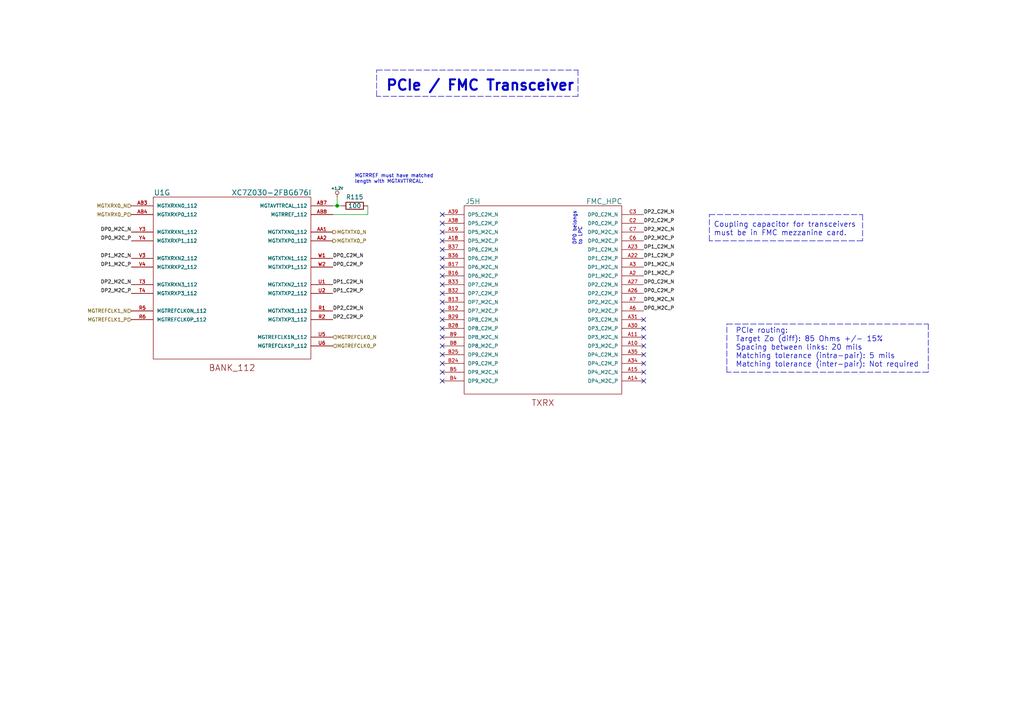
<source format=kicad_sch>
(kicad_sch (version 20231120) (generator "eeschema") (generator_version "8.0")
  (paper "A4")
  (title_block (title "CIAA-ACC FPGA PCIe / FMC transceiver") (date "2019-08-28") (rev "V1.4") (company "COMPUTADORA INDUSTRIAL ABIERTA ARGENTINA. CIAA-ACC (HPC)") (comment 1 "Authors: See 'doc/CHANGES.txt' file.      License: See 'doc/LICENCIA_CIAA_ACC.txt' file."))
  (lib_symbols
    (symbol "CIAA_ACC:+1.2V" (power) (pin_names (offset 1.016))
      (property "Value" "+1.2V" (at 0 2.286 0))
      (symbol "+1.2V_0_0"
        (pin power_in line (at 0 0 90) (length 0) hide (name "+1.2V") (number "1"))
      )
    )
    (symbol "CIAA_ACC:R" (pin_numbers hide) (pin_names (offset 0))
      (property "Reference" "R" (at 2.032 0 90))
      (property "Value" "R" (at 0 0 90))
      (symbol "R_1_1"
        (pin passive line (at 0 3.81 270) (length 1.27) (name "~") (number "1"))
        (pin passive line (at 0 -3.81 90) (length 1.27) (name "~") (number "2"))
      )
    )
    (symbol "FMC_HPC:FMC_HPC" (pin_names (offset 1.016))
      (property "Reference" "J" (at 0 2.54 0))
      (property "Value" "FMC_HPC" (at 0 0 0))
      (symbol "FMC_HPC_1_0"
        (text "BANK_HA" (at 0 -33.02 0) (effects (font (size 1.778 1.778))))
      )
      (symbol "FMC_HPC_1_1"
        (pin passive line (at 29.21 -13.97 180) (length 6.35) (name "HA09_N") (number "E10"))
        (pin passive line (at -29.21 24.13 0) (length 6.35) (name "HA13_P") (number "E12"))
        (pin passive line (at -29.21 26.67 0) (length 6.35) (name "HA13_N") (number "E13"))
        (pin passive line (at -29.21 8.89 0) (length 6.35) (name "HA16_P") (number "E15"))
        (pin passive line (at -29.21 11.43 0) (length 6.35) (name "HA16_N") (number "E16"))
        (pin passive line (at -29.21 -11.43 0) (length 6.35) (name "HA20_P") (number "E18"))
        (pin passive line (at -29.21 -8.89 0) (length 6.35) (name "HA20_N") (number "E19"))
        (pin passive line (at 29.21 24.13 180) (length 6.35) (name "HA01_P_CC") (number "E2"))
        (pin passive line (at 29.21 26.67 180) (length 6.35) (name "HA01_N_CC") (number "E3"))
        (pin passive line (at 29.21 3.81 180) (length 6.35) (name "HA05_P") (number "E6"))
        (pin passive line (at 29.21 6.35 180) (length 6.35) (name "HA05_N") (number "E7"))
        (pin passive line (at 29.21 -16.51 180) (length 6.35) (name "HA09_P") (number "E9"))
        (pin passive line (at 29.21 -11.43 180) (length 6.35) (name "HA08_P") (number "F10"))
        (pin passive line (at 29.21 -8.89 180) (length 6.35) (name "HA08_N") (number "F11"))
        (pin passive line (at -29.21 29.21 0) (length 6.35) (name "HA12_P") (number "F13"))
        (pin passive line (at -29.21 31.75 0) (length 6.35) (name "HA12_N") (number "F14"))
        (pin passive line (at -29.21 13.97 0) (length 6.35) (name "HA15_P") (number "F16"))
        (pin passive line (at -29.21 16.51 0) (length 6.35) (name "HA15_N") (number "F17"))
        (pin passive line (at -29.21 -6.35 0) (length 6.35) (name "HA19_P") (number "F19"))
        (pin passive line (at -29.21 -3.81 0) (length 6.35) (name "HA19_N") (number "F20"))
        (pin passive line (at 29.21 29.21 180) (length 6.35) (name "HA00_P_CC") (number "F4"))
        (pin passive line (at 29.21 31.75 180) (length 6.35) (name "HA00_N_CC") (number "F5"))
        (pin passive line (at 29.21 8.89 180) (length 6.35) (name "HA04_P") (number "F7"))
        (pin passive line (at 29.21 11.43 180) (length 6.35) (name "HA04_N") (number "F8"))
        (pin passive line (at 29.21 -3.81 180) (length 6.35) (name "HA07_N") (number "J10"))
        (pin passive line (at 29.21 -26.67 180) (length 6.35) (name "HA11_P") (number "J12"))
        (pin passive line (at 29.21 -24.13 180) (length 6.35) (name "HA11_N") (number "J13"))
        (pin passive line (at -29.21 19.05 0) (length 6.35) (name "HA14_P") (number "J15"))
        (pin passive line (at -29.21 21.59 0) (length 6.35) (name "HA14_N") (number "J16"))
        (pin passive line (at -29.21 -1.27 0) (length 6.35) (name "HA18_P") (number "J18"))
        (pin passive line (at -29.21 1.27 0) (length 6.35) (name "HA18_N") (number "J19"))
        (pin passive line (at -29.21 -21.59 0) (length 6.35) (name "HA22_P") (number "J21"))
        (pin passive line (at -29.21 -19.05 0) (length 6.35) (name "HA22_N") (number "J22"))
        (pin passive line (at 29.21 13.97 180) (length 6.35) (name "HA03_P") (number "J6"))
        (pin passive line (at 29.21 16.51 180) (length 6.35) (name "HA03_N") (number "J7"))
        (pin passive line (at 29.21 -6.35 180) (length 6.35) (name "HA07_P") (number "J9"))
        (pin passive line (at 29.21 -1.27 180) (length 6.35) (name "HA06_P") (number "K10"))
        (pin passive line (at 29.21 1.27 180) (length 6.35) (name "HA06_N") (number "K11"))
        (pin passive line (at 29.21 -21.59 180) (length 6.35) (name "HA10_P") (number "K13"))
        (pin passive line (at 29.21 -19.05 180) (length 6.35) (name "HA10_N") (number "K14"))
        (pin passive line (at -29.21 3.81 0) (length 6.35) (name "HA17_P_CC") (number "K16"))
        (pin passive line (at -29.21 6.35 0) (length 6.35) (name "HA17_N_CC") (number "K17"))
        (pin passive line (at -29.21 -16.51 0) (length 6.35) (name "HA21_P") (number "K19"))
        (pin passive line (at -29.21 -13.97 0) (length 6.35) (name "HA21_N") (number "K20"))
        (pin passive line (at -29.21 -26.67 0) (length 6.35) (name "HA23_P") (number "K22"))
        (pin passive line (at -29.21 -24.13 0) (length 6.35) (name "HA23_N") (number "K23"))
        (pin passive line (at 29.21 19.05 180) (length 6.35) (name "HA02_P") (number "K7"))
        (pin passive line (at 29.21 21.59 180) (length 6.35) (name "HA02_N") (number "K8"))
      )
      (symbol "FMC_HPC_2_0"
        (text "BANK_HB" (at 0 -30.48 0) (effects (font (size 1.778 1.778))))
      )
      (symbol "FMC_HPC_2_1"
        (pin passive line (at 29.21 11.43 180) (length 6.35) (name "HB03_P") (number "E21"))
        (pin passive line (at 29.21 13.97 180) (length 6.35) (name "HB03_N") (number "E22"))
        (pin passive line (at 29.21 1.27 180) (length 6.35) (name "HB05_P") (number "E24"))
        (pin passive line (at 29.21 3.81 180) (length 6.35) (name "HB05_N") (number "E25"))
        (pin passive line (at 29.21 -19.05 180) (length 6.35) (name "HB09_P") (number "E27"))
        (pin passive line (at 29.21 -16.51 180) (length 6.35) (name "HB09_N") (number "E28"))
        (pin passive line (at -29.21 16.51 0) (length 6.35) (name "HB13_P") (number "E30"))
        (pin passive line (at -29.21 19.05 0) (length 6.35) (name "HB13_N") (number "E31"))
        (pin passive line (at -29.21 -13.97 0) (length 6.35) (name "HB19_P") (number "E33"))
        (pin passive line (at -29.21 -11.43 0) (length 6.35) (name "HB19_N") (number "E34"))
        (pin passive line (at -29.21 -24.13 0) (length 6.35) (name "HB21_P") (number "E36"))
        (pin passive line (at -29.21 -21.59 0) (length 6.35) (name "HB21_N") (number "E37"))
        (pin passive line (at 29.21 16.51 180) (length 6.35) (name "HB02_P") (number "F22"))
        (pin passive line (at 29.21 19.05 180) (length 6.35) (name "HB02_N") (number "F23"))
        (pin passive line (at 29.21 6.35 180) (length 6.35) (name "HB04_P") (number "F25"))
        (pin passive line (at 29.21 8.89 180) (length 6.35) (name "HB04_N") (number "F26"))
        (pin passive line (at 29.21 -13.97 180) (length 6.35) (name "HB08_P") (number "F28"))
        (pin passive line (at 29.21 -11.43 180) (length 6.35) (name "HB08_N") (number "F29"))
        (pin passive line (at -29.21 21.59 0) (length 6.35) (name "HB12_P") (number "F31"))
        (pin passive line (at -29.21 24.13 0) (length 6.35) (name "HB12_N") (number "F32"))
        (pin passive line (at -29.21 1.27 0) (length 6.35) (name "HB16_P") (number "F34"))
        (pin passive line (at -29.21 3.81 0) (length 6.35) (name "HB16_N") (number "F35"))
        (pin passive line (at -29.21 -19.05 0) (length 6.35) (name "HB20_P") (number "F37"))
        (pin passive line (at -29.21 -16.51 0) (length 6.35) (name "HB20_N") (number "F38"))
        (pin passive line (at 29.21 21.59 180) (length 6.35) (name "HB01_P") (number "J24"))
        (pin passive line (at 29.21 24.13 180) (length 6.35) (name "HB01_N") (number "J25"))
        (pin passive line (at 29.21 -8.89 180) (length 6.35) (name "HB07_P") (number "J27"))
        (pin passive line (at 29.21 -6.35 180) (length 6.35) (name "HB07_N") (number "J28"))
        (pin passive line (at -29.21 26.67 0) (length 6.35) (name "HB11_P") (number "J30"))
        (pin passive line (at -29.21 29.21 0) (length 6.35) (name "HB11_N") (number "J31"))
        (pin passive line (at -29.21 6.35 0) (length 6.35) (name "HB15_P") (number "J33"))
        (pin passive line (at -29.21 8.89 0) (length 6.35) (name "HB15_N") (number "J34"))
        (pin passive line (at -29.21 -8.89 0) (length 6.35) (name "HB18_P") (number "J36"))
        (pin passive line (at -29.21 -6.35 0) (length 6.35) (name "HB18_N") (number "J37"))
        (pin passive line (at 29.21 26.67 180) (length 6.35) (name "HB00_P_CC") (number "K25"))
        (pin passive line (at 29.21 29.21 180) (length 6.35) (name "HB00_N_CC") (number "K26"))
        (pin passive line (at 29.21 -3.81 180) (length 6.35) (name "HB06_P_CC") (number "K28"))
        (pin passive line (at 29.21 -1.27 180) (length 6.35) (name "HB06_N_CC") (number "K29"))
        (pin passive line (at 29.21 -24.13 180) (length 6.35) (name "HB10_P") (number "K31"))
        (pin passive line (at 29.21 -21.59 180) (length 6.35) (name "HB10_N") (number "K32"))
        (pin passive line (at -29.21 11.43 0) (length 6.35) (name "HB14_P") (number "K34"))
        (pin passive line (at -29.21 13.97 0) (length 6.35) (name "HB14_N") (number "K35"))
        (pin passive line (at -29.21 -3.81 0) (length 6.35) (name "HB17_P_CC") (number "K37"))
        (pin passive line (at -29.21 -1.27 0) (length 6.35) (name "HB17_N_CC") (number "K38"))
      )
      (symbol "FMC_HPC_3_0"
        (text "BANK_LA" (at 0 -45.72 0) (effects (font (size 1.778 1.778))))
      )
      (symbol "FMC_HPC_3_1"
        (pin passive line (at 29.21 11.43 180) (length 6.35) (name "LA06_P") (number "C10"))
        (pin passive line (at 29.21 13.97 180) (length 6.35) (name "LA06_N") (number "C11"))
        (pin passive line (at 29.21 -8.89 180) (length 6.35) (name "LA10_P") (number "C14"))
        (pin passive line (at 29.21 -6.35 180) (length 6.35) (name "LA10_N") (number "C15"))
        (pin passive line (at 29.21 -29.21 180) (length 6.35) (name "LA14_P") (number "C18"))
        (pin passive line (at 29.21 -26.67 180) (length 6.35) (name "LA14_N") (number "C19"))
        (pin passive line (at -29.21 36.83 0) (length 6.35) (name "LA18_P_CC") (number "C22"))
        (pin passive line (at -29.21 39.37 0) (length 6.35) (name "LA18_N_CC") (number "C23"))
        (pin passive line (at -29.21 -8.89 0) (length 6.35) (name "LA27_P") (number "C26"))
        (pin passive line (at -29.21 -6.35 0) (length 6.35) (name "LA27_N") (number "C27"))
        (pin passive line (at 29.21 16.51 180) (length 6.35) (name "LA05_P") (number "D11"))
        (pin passive line (at 29.21 19.05 180) (length 6.35) (name "LA05_N") (number "D12"))
        (pin passive line (at 29.21 -3.81 180) (length 6.35) (name "LA09_P") (number "D14"))
        (pin passive line (at 29.21 -1.27 180) (length 6.35) (name "LA09_N") (number "D15"))
        (pin passive line (at 29.21 -24.13 180) (length 6.35) (name "LA13_P") (number "D17"))
        (pin passive line (at 29.21 -21.59 180) (length 6.35) (name "LA13_N") (number "D18"))
        (pin passive line (at -29.21 41.91 0) (length 6.35) (name "LA17_P_CC") (number "D20"))
        (pin passive line (at -29.21 44.45 0) (length 6.35) (name "LA17_N_CC") (number "D21"))
        (pin passive line (at -29.21 11.43 0) (length 6.35) (name "LA23_P") (number "D23"))
        (pin passive line (at -29.21 13.97 0) (length 6.35) (name "LA23_N") (number "D24"))
        (pin passive line (at -29.21 -3.81 0) (length 6.35) (name "LA26_P") (number "D26"))
        (pin passive line (at -29.21 -1.27 0) (length 6.35) (name "LA26_N") (number "D27"))
        (pin passive line (at 29.21 36.83 180) (length 6.35) (name "LA01_P_CC") (number "D8"))
        (pin passive line (at 29.21 39.37 180) (length 6.35) (name "LA01_N_CC") (number "D9"))
        (pin passive line (at 29.21 29.21 180) (length 6.35) (name "LA03_N") (number "G10"))
        (pin passive line (at 29.21 1.27 180) (length 6.35) (name "LA08_P") (number "G12"))
        (pin passive line (at 29.21 3.81 180) (length 6.35) (name "LA08_N") (number "G13"))
        (pin passive line (at 29.21 -19.05 180) (length 6.35) (name "LA12_P") (number "G15"))
        (pin passive line (at 29.21 -16.51 180) (length 6.35) (name "LA12_N") (number "G16"))
        (pin passive line (at 29.21 -39.37 180) (length 6.35) (name "LA16_P") (number "G18"))
        (pin passive line (at 29.21 -36.83 180) (length 6.35) (name "LA16_N") (number "G19"))
        (pin passive line (at -29.21 26.67 0) (length 6.35) (name "LA20_P") (number "G21"))
        (pin passive line (at -29.21 29.21 0) (length 6.35) (name "LA20_N") (number "G22"))
        (pin passive line (at -29.21 16.51 0) (length 6.35) (name "LA22_P") (number "G24"))
        (pin passive line (at -29.21 19.05 0) (length 6.35) (name "LA22_N") (number "G25"))
        (pin passive line (at -29.21 1.27 0) (length 6.35) (name "LA25_P") (number "G27"))
        (pin passive line (at -29.21 3.81 0) (length 6.35) (name "LA25_N") (number "G28"))
        (pin passive line (at -29.21 -19.05 0) (length 6.35) (name "LA29_P") (number "G30"))
        (pin passive line (at -29.21 -16.51 0) (length 6.35) (name "LA29_N") (number "G31"))
        (pin passive line (at -29.21 -29.21 0) (length 6.35) (name "LA31_P") (number "G33"))
        (pin passive line (at -29.21 -26.67 0) (length 6.35) (name "LA31_N") (number "G34"))
        (pin passive line (at -29.21 -39.37 0) (length 6.35) (name "LA33_P") (number "G36"))
        (pin passive line (at -29.21 -36.83 0) (length 6.35) (name "LA33_N") (number "G37"))
        (pin passive line (at 29.21 41.91 180) (length 6.35) (name "LA00_P_CC") (number "G6"))
        (pin passive line (at 29.21 44.45 180) (length 6.35) (name "LA00_N_CC") (number "G7"))
        (pin passive line (at 29.21 26.67 180) (length 6.35) (name "LA03_P") (number "G9"))
        (pin passive line (at 29.21 21.59 180) (length 6.35) (name "LA04_P") (number "H10"))
        (pin passive line (at 29.21 24.13 180) (length 6.35) (name "LA04_N") (number "H11"))
        (pin passive line (at 29.21 6.35 180) (length 6.35) (name "LA07_P") (number "H13"))
        (pin passive line (at 29.21 8.89 180) (length 6.35) (name "LA07_N") (number "H14"))
        (pin passive line (at 29.21 -13.97 180) (length 6.35) (name "LA11_P") (number "H16"))
        (pin passive line (at 29.21 -11.43 180) (length 6.35) (name "LA11_N") (number "H17"))
        (pin passive line (at 29.21 -34.29 180) (length 6.35) (name "LA15_P") (number "H19"))
        (pin passive line (at 29.21 -31.75 180) (length 6.35) (name "LA15_N") (number "H20"))
        (pin passive line (at -29.21 31.75 0) (length 6.35) (name "LA19_P") (number "H22"))
        (pin passive line (at -29.21 34.29 0) (length 6.35) (name "LA19_N") (number "H23"))
        (pin passive line (at -29.21 21.59 0) (length 6.35) (name "LA21_P") (number "H25"))
        (pin passive line (at -29.21 24.13 0) (length 6.35) (name "LA21_N") (number "H26"))
        (pin passive line (at -29.21 6.35 0) (length 6.35) (name "LA24_P") (number "H28"))
        (pin passive line (at -29.21 8.89 0) (length 6.35) (name "LA24_N") (number "H29"))
        (pin passive line (at -29.21 -13.97 0) (length 6.35) (name "LA28_P") (number "H31"))
        (pin passive line (at -29.21 -11.43 0) (length 6.35) (name "LA28_N") (number "H32"))
        (pin passive line (at -29.21 -24.13 0) (length 6.35) (name "LA30_P") (number "H34"))
        (pin passive line (at -29.21 -21.59 0) (length 6.35) (name "LA30_N") (number "H35"))
        (pin passive line (at -29.21 -34.29 0) (length 6.35) (name "LA32_P") (number "H37"))
        (pin passive line (at -29.21 -31.75 0) (length 6.35) (name "LA32_N") (number "H38"))
        (pin passive line (at 29.21 31.75 180) (length 6.35) (name "LA02_P") (number "H7"))
        (pin passive line (at 29.21 34.29 180) (length 6.35) (name "LA02_N") (number "H8"))
      )
      (symbol "FMC_HPC_4_0"
        (text "CLK" (at 0 -12.7 0) (effects (font (size 1.778 1.778))))
      )
      (symbol "FMC_HPC_4_1"
        (pin passive line (at -29.21 -6.35 0) (length 6.35) (name "GBTCLK1_M2C_P") (number "B20"))
        (pin passive line (at -29.21 -3.81 0) (length 6.35) (name "GBTCLK1_M2C_N") (number "B21"))
        (pin passive line (at 29.21 -6.35 180) (length 6.35) (name "GBTCLK0_M2C_P") (number "D4"))
        (pin passive line (at 29.21 -3.81 180) (length 6.35) (name "GBTCLK0_M2C_N") (number "D5"))
        (pin passive line (at 29.21 6.35 180) (length 6.35) (name "CLK0_C2M_P") (number "G2"))
        (pin passive line (at 29.21 8.89 180) (length 6.35) (name "CLK0_C2M_N") (number "G3"))
        (pin passive line (at 29.21 1.27 180) (length 6.35) (name "CLK0_M2C_P") (number "H4"))
        (pin passive line (at 29.21 3.81 180) (length 6.35) (name "CLK0_M2C_N") (number "H5"))
        (pin passive line (at -29.21 6.35 0) (length 6.35) (name "CLK1_C2M_P") (number "J2"))
        (pin passive line (at -29.21 8.89 0) (length 6.35) (name "CLK1_C2M_N") (number "J3"))
        (pin passive line (at -29.21 1.27 0) (length 6.35) (name "CLK1_M2C_P") (number "K4"))
        (pin passive line (at -29.21 3.81 0) (length 6.35) (name "CLK1_M2C_N") (number "K5"))
      )
      (symbol "FMC_HPC_5_0"
        (text "GND" (at 0 -105.41 0) (effects (font (size 1.778 1.778))))
      )
      (symbol "FMC_HPC_5_1"
        (pin passive line (at -29.21 101.6 0) (length 6.35) (name "GND") (number "A1"))
        (pin passive line (at -29.21 88.9 0) (length 6.35) (name "GND") (number "A12"))
        (pin passive line (at -29.21 86.36 0) (length 6.35) (name "GND") (number "A13"))
        (pin passive line (at -29.21 83.82 0) (length 6.35) (name "GND") (number "A16"))
        (pin passive line (at -29.21 81.28 0) (length 6.35) (name "GND") (number "A17"))
        (pin passive line (at -29.21 78.74 0) (length 6.35) (name "GND") (number "A20"))
        (pin passive line (at -29.21 76.2 0) (length 6.35) (name "GND") (number "A21"))
        (pin passive line (at -29.21 73.66 0) (length 6.35) (name "GND") (number "A24"))
        (pin passive line (at -29.21 71.12 0) (length 6.35) (name "GND") (number "A25"))
        (pin passive line (at -29.21 68.58 0) (length 6.35) (name "GND") (number "A28"))
        (pin passive line (at -29.21 66.04 0) (length 6.35) (name "GND") (number "A29"))
        (pin passive line (at -29.21 63.5 0) (length 6.35) (name "GND") (number "A32"))
        (pin passive line (at -29.21 60.96 0) (length 6.35) (name "GND") (number "A33"))
        (pin passive line (at -29.21 58.42 0) (length 6.35) (name "GND") (number "A36"))
        (pin passive line (at -29.21 55.88 0) (length 6.35) (name "GND") (number "A37"))
        (pin passive line (at -29.21 99.06 0) (length 6.35) (name "GND") (number "A4"))
        (pin passive line (at -29.21 53.34 0) (length 6.35) (name "GND") (number "A40"))
        (pin passive line (at -29.21 96.52 0) (length 6.35) (name "GND") (number "A5"))
        (pin passive line (at -29.21 93.98 0) (length 6.35) (name "GND") (number "A8"))
        (pin passive line (at -29.21 91.44 0) (length 6.35) (name "GND") (number "A9"))
        (pin passive line (at -29.21 40.64 0) (length 6.35) (name "GND") (number "B10"))
        (pin passive line (at -29.21 38.1 0) (length 6.35) (name "GND") (number "B11"))
        (pin passive line (at -29.21 35.56 0) (length 6.35) (name "GND") (number "B14"))
        (pin passive line (at -29.21 33.02 0) (length 6.35) (name "GND") (number "B15"))
        (pin passive line (at -29.21 30.48 0) (length 6.35) (name "GND") (number "B18"))
        (pin passive line (at -29.21 27.94 0) (length 6.35) (name "GND") (number "B19"))
        (pin passive line (at -29.21 50.8 0) (length 6.35) (name "GND") (number "B2"))
        (pin passive line (at -29.21 25.4 0) (length 6.35) (name "GND") (number "B22"))
        (pin passive line (at -29.21 22.86 0) (length 6.35) (name "GND") (number "B23"))
        (pin passive line (at -29.21 20.32 0) (length 6.35) (name "GND") (number "B26"))
        (pin passive line (at -29.21 17.78 0) (length 6.35) (name "GND") (number "B27"))
        (pin passive line (at -29.21 48.26 0) (length 6.35) (name "GND") (number "B3"))
        (pin passive line (at -29.21 15.24 0) (length 6.35) (name "GND") (number "B30"))
        (pin passive line (at -29.21 12.7 0) (length 6.35) (name "GND") (number "B31"))
        (pin passive line (at -29.21 10.16 0) (length 6.35) (name "GND") (number "B34"))
        (pin passive line (at -29.21 7.62 0) (length 6.35) (name "GND") (number "B35"))
        (pin passive line (at -29.21 5.08 0) (length 6.35) (name "GND") (number "B38"))
        (pin passive line (at -29.21 2.54 0) (length 6.35) (name "GND") (number "B39"))
        (pin passive line (at -29.21 45.72 0) (length 6.35) (name "GND") (number "B6"))
        (pin passive line (at -29.21 43.18 0) (length 6.35) (name "GND") (number "B7"))
        (pin passive line (at -29.21 0 0) (length 6.35) (name "GND") (number "C1"))
        (pin passive line (at -29.21 -12.7 0) (length 6.35) (name "GND") (number "C12"))
        (pin passive line (at -29.21 -15.24 0) (length 6.35) (name "GND") (number "C13"))
        (pin passive line (at -29.21 -17.78 0) (length 6.35) (name "GND") (number "C16"))
        (pin passive line (at -29.21 -20.32 0) (length 6.35) (name "GND") (number "C17"))
        (pin passive line (at -29.21 -22.86 0) (length 6.35) (name "GND") (number "C20"))
        (pin passive line (at -29.21 -25.4 0) (length 6.35) (name "GND") (number "C21"))
        (pin passive line (at -29.21 -27.94 0) (length 6.35) (name "GND") (number "C24"))
        (pin passive line (at -29.21 -30.48 0) (length 6.35) (name "GND") (number "C25"))
        (pin passive line (at -29.21 -33.02 0) (length 6.35) (name "GND") (number "C28"))
        (pin passive line (at -29.21 -35.56 0) (length 6.35) (name "GND") (number "C29"))
        (pin passive line (at -29.21 -38.1 0) (length 6.35) (name "GND") (number "C32"))
        (pin passive line (at -29.21 -40.64 0) (length 6.35) (name "GND") (number "C33"))
        (pin passive line (at -29.21 -43.18 0) (length 6.35) (name "GND") (number "C36"))
        (pin passive line (at -29.21 -45.72 0) (length 6.35) (name "GND") (number "C38"))
        (pin passive line (at -29.21 -2.54 0) (length 6.35) (name "GND") (number "C4"))
        (pin passive line (at -29.21 -48.26 0) (length 6.35) (name "GND") (number "C40"))
        (pin passive line (at -29.21 -5.08 0) (length 6.35) (name "GND") (number "C5"))
        (pin passive line (at -29.21 -7.62 0) (length 6.35) (name "GND") (number "C8"))
        (pin passive line (at -29.21 -10.16 0) (length 6.35) (name "GND") (number "C9"))
        (pin passive line (at -29.21 -60.96 0) (length 6.35) (name "GND") (number "D10"))
        (pin passive line (at -29.21 -63.5 0) (length 6.35) (name "GND") (number "D13"))
        (pin passive line (at -29.21 -66.04 0) (length 6.35) (name "GND") (number "D16"))
        (pin passive line (at -29.21 -68.58 0) (length 6.35) (name "GND") (number "D19"))
        (pin passive line (at -29.21 -50.8 0) (length 6.35) (name "GND") (number "D2"))
        (pin passive line (at -29.21 -71.12 0) (length 6.35) (name "GND") (number "D22"))
        (pin passive line (at -29.21 -73.66 0) (length 6.35) (name "GND") (number "D25"))
        (pin passive line (at -29.21 -76.2 0) (length 6.35) (name "GND") (number "D28"))
        (pin passive line (at -29.21 -53.34 0) (length 6.35) (name "GND") (number "D3"))
        (pin passive line (at -29.21 -78.74 0) (length 6.35) (name "GND") (number "D37"))
        (pin passive line (at -29.21 -81.28 0) (length 6.35) (name "GND") (number "D39"))
        (pin passive line (at -29.21 -55.88 0) (length 6.35) (name "GND") (number "D6"))
        (pin passive line (at -29.21 -58.42 0) (length 6.35) (name "GND") (number "D7"))
        (pin passive line (at 29.21 101.6 180) (length 6.35) (name "GND") (number "E1"))
        (pin passive line (at 29.21 91.44 180) (length 6.35) (name "GND") (number "E11"))
        (pin passive line (at 29.21 88.9 180) (length 6.35) (name "GND") (number "E14"))
        (pin passive line (at 29.21 86.36 180) (length 6.35) (name "GND") (number "E17"))
        (pin passive line (at 29.21 83.82 180) (length 6.35) (name "GND") (number "E20"))
        (pin passive line (at 29.21 81.28 180) (length 6.35) (name "GND") (number "E23"))
        (pin passive line (at -29.21 -83.82 0) (length 6.35) (name "GND") (number "E26"))
        (pin passive line (at -29.21 -86.36 0) (length 6.35) (name "GND") (number "E29"))
        (pin passive line (at -29.21 -88.9 0) (length 6.35) (name "GND") (number "E32"))
        (pin passive line (at -29.21 -91.44 0) (length 6.35) (name "GND") (number "E35"))
        (pin passive line (at -29.21 -93.98 0) (length 6.35) (name "GND") (number "E38"))
        (pin passive line (at 29.21 99.06 180) (length 6.35) (name "GND") (number "E4"))
        (pin passive line (at -29.21 -96.52 0) (length 6.35) (name "GND") (number "E40"))
        (pin passive line (at 29.21 96.52 180) (length 6.35) (name "GND") (number "E5"))
        (pin passive line (at 29.21 93.98 180) (length 6.35) (name "GND") (number "E8"))
        (pin passive line (at 29.21 68.58 180) (length 6.35) (name "GND") (number "F12"))
        (pin passive line (at 29.21 66.04 180) (length 6.35) (name "GND") (number "F15"))
        (pin passive line (at 29.21 63.5 180) (length 6.35) (name "GND") (number "F18"))
        (pin passive line (at 29.21 78.74 180) (length 6.35) (name "GND") (number "F2"))
        (pin passive line (at 29.21 60.96 180) (length 6.35) (name "GND") (number "F21"))
        (pin passive line (at 29.21 58.42 180) (length 6.35) (name "GND") (number "F24"))
        (pin passive line (at 29.21 55.88 180) (length 6.35) (name "GND") (number "F27"))
        (pin passive line (at 29.21 76.2 180) (length 6.35) (name "GND") (number "F3"))
        (pin passive line (at 29.21 53.34 180) (length 6.35) (name "GND") (number "F30"))
        (pin passive line (at 29.21 50.8 180) (length 6.35) (name "GND") (number "F33"))
        (pin passive line (at 29.21 48.26 180) (length 6.35) (name "GND") (number "F36"))
        (pin passive line (at 29.21 45.72 180) (length 6.35) (name "GND") (number "F39"))
        (pin passive line (at 29.21 73.66 180) (length 6.35) (name "GND") (number "F6"))
        (pin passive line (at 29.21 71.12 180) (length 6.35) (name "GND") (number "F9"))
        (pin passive line (at 29.21 43.18 180) (length 6.35) (name "GND") (number "G1"))
        (pin passive line (at 29.21 33.02 180) (length 6.35) (name "GND") (number "G11"))
        (pin passive line (at 29.21 30.48 180) (length 6.35) (name "GND") (number "G14"))
        (pin passive line (at 29.21 27.94 180) (length 6.35) (name "GND") (number "G17"))
        (pin passive line (at 29.21 25.4 180) (length 6.35) (name "GND") (number "G20"))
        (pin passive line (at 29.21 22.86 180) (length 6.35) (name "GND") (number "G23"))
        (pin passive line (at 29.21 20.32 180) (length 6.35) (name "GND") (number "G26"))
        (pin passive line (at 29.21 17.78 180) (length 6.35) (name "GND") (number "G29"))
        (pin passive line (at 29.21 15.24 180) (length 6.35) (name "GND") (number "G32"))
        (pin passive line (at 29.21 12.7 180) (length 6.35) (name "GND") (number "G35"))
        (pin passive line (at 29.21 10.16 180) (length 6.35) (name "GND") (number "G38"))
        (pin passive line (at 29.21 40.64 180) (length 6.35) (name "GND") (number "G4"))
        (pin passive line (at 29.21 7.62 180) (length 6.35) (name "GND") (number "G40"))
        (pin passive line (at 29.21 38.1 180) (length 6.35) (name "GND") (number "G5"))
        (pin passive line (at 29.21 35.56 180) (length 6.35) (name "GND") (number "G8"))
        (pin passive line (at 29.21 -2.54 180) (length 6.35) (name "GND") (number "H12"))
        (pin passive line (at 29.21 -5.08 180) (length 6.35) (name "GND") (number "H15"))
        (pin passive line (at 29.21 -7.62 180) (length 6.35) (name "GND") (number "H18"))
        (pin passive line (at 29.21 -10.16 180) (length 6.35) (name "GND") (number "H21"))
        (pin passive line (at 29.21 -12.7 180) (length 6.35) (name "GND") (number "H24"))
        (pin passive line (at 29.21 -15.24 180) (length 6.35) (name "GND") (number "H27"))
        (pin passive line (at 29.21 5.08 180) (length 6.35) (name "GND") (number "H3"))
        (pin passive line (at 29.21 -17.78 180) (length 6.35) (name "GND") (number "H30"))
        (pin passive line (at 29.21 -20.32 180) (length 6.35) (name "GND") (number "H33"))
        (pin passive line (at 29.21 -22.86 180) (length 6.35) (name "GND") (number "H36"))
        (pin passive line (at 29.21 -25.4 180) (length 6.35) (name "GND") (number "H39"))
        (pin passive line (at 29.21 2.54 180) (length 6.35) (name "GND") (number "H6"))
        (pin passive line (at 29.21 0 180) (length 6.35) (name "GND") (number "H9"))
        (pin passive line (at 29.21 -27.94 180) (length 6.35) (name "GND") (number "J1"))
        (pin passive line (at 29.21 -38.1 180) (length 6.35) (name "GND") (number "J11"))
        (pin passive line (at 29.21 -40.64 180) (length 6.35) (name "GND") (number "J14"))
        (pin passive line (at 29.21 -43.18 180) (length 6.35) (name "GND") (number "J17"))
        (pin passive line (at 29.21 -45.72 180) (length 6.35) (name "GND") (number "J20"))
        (pin passive line (at 29.21 -48.26 180) (length 6.35) (name "GND") (number "J23"))
        (pin passive line (at 29.21 -50.8 180) (length 6.35) (name "GND") (number "J26"))
        (pin passive line (at 29.21 -53.34 180) (length 6.35) (name "GND") (number "J29"))
        (pin passive line (at 29.21 -55.88 180) (length 6.35) (name "GND") (number "J32"))
        (pin passive line (at 29.21 -58.42 180) (length 6.35) (name "GND") (number "J35"))
        (pin passive line (at 29.21 -60.96 180) (length 6.35) (name "GND") (number "J38"))
        (pin passive line (at 29.21 -30.48 180) (length 6.35) (name "GND") (number "J4"))
        (pin passive line (at 29.21 -63.5 180) (length 6.35) (name "GND") (number "J40"))
        (pin passive line (at 29.21 -33.02 180) (length 6.35) (name "GND") (number "J5"))
        (pin passive line (at 29.21 -35.56 180) (length 6.35) (name "GND") (number "J8"))
        (pin passive line (at 29.21 -76.2 180) (length 6.35) (name "GND") (number "K12"))
        (pin passive line (at 29.21 -78.74 180) (length 6.35) (name "GND") (number "K15"))
        (pin passive line (at 29.21 -81.28 180) (length 6.35) (name "GND") (number "K18"))
        (pin passive line (at 29.21 -66.04 180) (length 6.35) (name "GND") (number "K2"))
        (pin passive line (at 29.21 -83.82 180) (length 6.35) (name "GND") (number "K21"))
        (pin passive line (at 29.21 -86.36 180) (length 6.35) (name "GND") (number "K24"))
        (pin passive line (at 29.21 -88.9 180) (length 6.35) (name "GND") (number "K27"))
        (pin passive line (at 29.21 -68.58 180) (length 6.35) (name "GND") (number "K3"))
        (pin passive line (at 29.21 -91.44 180) (length 6.35) (name "GND") (number "K30"))
        (pin passive line (at 29.21 -93.98 180) (length 6.35) (name "GND") (number "K33"))
        (pin passive line (at 29.21 -96.52 180) (length 6.35) (name "GND") (number "K36"))
        (pin passive line (at 29.21 -99.06 180) (length 6.35) (name "GND") (number "K39"))
        (pin passive line (at 29.21 -71.12 180) (length 6.35) (name "GND") (number "K6"))
        (pin passive line (at 29.21 -73.66 180) (length 6.35) (name "GND") (number "K9"))
      )
      (symbol "FMC_HPC_6_0"
        (text "MGMT" (at 0 -21.59 0) (effects (font (size 1.778 1.778))))
      )
      (symbol "FMC_HPC_6_1"
        (pin passive line (at 29.21 7.62 180) (length 6.35) (name "RES1") (number "B1"))
        (pin passive line (at 29.21 10.16 180) (length 6.35) (name "RES0") (number "B40"))
        (pin passive line (at -29.21 5.08 0) (length 6.35) (name "SCL") (number "C30"))
        (pin passive line (at -29.21 2.54 0) (length 6.35) (name "SDA") (number "C31"))
        (pin passive line (at -29.21 10.16 0) (length 6.35) (name "GA0") (number "C34"))
        (pin passive line (at 29.21 2.54 180) (length 6.35) (name "PG_C2M") (number "D1"))
        (pin passive line (at 29.21 -5.08 180) (length 6.35) (name "TCK") (number "D29"))
        (pin passive line (at 29.21 -7.62 180) (length 6.35) (name "TDI") (number "D30"))
        (pin passive line (at 29.21 -10.16 180) (length 6.35) (name "TDO") (number "D31"))
        (pin passive line (at 29.21 -12.7 180) (length 6.35) (name "TMS") (number "D33"))
        (pin passive line (at 29.21 -15.24 180) (length 6.35) (name "TRST_L") (number "D34"))
        (pin passive line (at -29.21 7.62 0) (length 6.35) (name "GA1") (number "D35"))
        (pin passive line (at 29.21 0 180) (length 6.35) (name "PG_M2C") (number "F1"))
        (pin passive line (at -29.21 -2.54 0) (length 6.35) (name "PRSNT_M2C_L") (number "H2"))
      )
      (symbol "FMC_HPC_7_0"
        (text "PWR" (at 0 -19.05 0) (effects (font (size 1.778 1.778))))
      )
      (symbol "FMC_HPC_7_1"
        (pin passive line (at -29.21 5.08 0) (length 6.35) (name "12P0V") (number "C35"))
        (pin passive line (at -29.21 2.54 0) (length 6.35) (name "12P0V") (number "C37"))
        (pin passive line (at 29.21 10.16 180) (length 6.35) (name "3P3V") (number "C39"))
        (pin passive line (at -29.21 10.16 0) (length 6.35) (name "3P3VAUX") (number "D32"))
        (pin passive line (at 29.21 7.62 180) (length 6.35) (name "3P3V") (number "D36"))
        (pin passive line (at 29.21 5.08 180) (length 6.35) (name "3P3V") (number "D38"))
        (pin passive line (at 29.21 2.54 180) (length 6.35) (name "3P3V") (number "D40"))
        (pin passive line (at 29.21 -2.54 180) (length 6.35) (name "VADJ") (number "E39"))
        (pin passive line (at 29.21 -5.08 180) (length 6.35) (name "VADJ") (number "F40"))
        (pin passive line (at 29.21 -7.62 180) (length 6.35) (name "VADJ") (number "G39"))
        (pin passive line (at -29.21 -10.16 0) (length 6.35) (name "VREF_A_M2C") (number "H1"))
        (pin passive line (at 29.21 -10.16 180) (length 6.35) (name "VADJ") (number "H40"))
        (pin passive line (at -29.21 -2.54 0) (length 6.35) (name "VIO_B_M2C") (number "J39"))
        (pin passive line (at -29.21 -12.7 0) (length 6.35) (name "VREF_B_M2C") (number "K1"))
        (pin passive line (at -29.21 -5.08 0) (length 6.35) (name "VIO_B_M2C") (number "K40"))
      )
      (symbol "FMC_HPC_8_0"
        (text "TXRX" (at 0 -27.94 0) (effects (font (size 1.778 1.778))))
      )
      (symbol "FMC_HPC_8_1"
        (pin passive line (at 29.21 -11.43 180) (length 6.35) (name "DP3_M2C_P") (number "A10"))
        (pin passive line (at 29.21 -8.89 180) (length 6.35) (name "DP3_M2C_N") (number "A11"))
        (pin passive line (at 29.21 -21.59 180) (length 6.35) (name "DP4_M2C_P") (number "A14"))
        (pin passive line (at 29.21 -19.05 180) (length 6.35) (name "DP4_M2C_N") (number "A15"))
        (pin passive line (at -29.21 19.05 0) (length 6.35) (name "DP5_M2C_P") (number "A18"))
        (pin passive line (at -29.21 21.59 0) (length 6.35) (name "DP5_M2C_N") (number "A19"))
        (pin passive line (at 29.21 8.89 180) (length 6.35) (name "DP1_M2C_P") (number "A2"))
        (pin passive line (at 29.21 13.97 180) (length 6.35) (name "DP1_C2M_P") (number "A22"))
        (pin passive line (at 29.21 16.51 180) (length 6.35) (name "DP1_C2M_N") (number "A23"))
        (pin passive line (at 29.21 3.81 180) (length 6.35) (name "DP2_C2M_P") (number "A26"))
        (pin passive line (at 29.21 6.35 180) (length 6.35) (name "DP2_C2M_N") (number "A27"))
        (pin passive line (at 29.21 11.43 180) (length 6.35) (name "DP1_M2C_N") (number "A3"))
        (pin passive line (at 29.21 -6.35 180) (length 6.35) (name "DP3_C2M_P") (number "A30"))
        (pin passive line (at 29.21 -3.81 180) (length 6.35) (name "DP3_C2M_N") (number "A31"))
        (pin passive line (at 29.21 -16.51 180) (length 6.35) (name "DP4_C2M_P") (number "A34"))
        (pin passive line (at 29.21 -13.97 180) (length 6.35) (name "DP4_C2M_N") (number "A35"))
        (pin passive line (at -29.21 24.13 0) (length 6.35) (name "DP5_C2M_P") (number "A38"))
        (pin passive line (at -29.21 26.67 0) (length 6.35) (name "DP5_C2M_N") (number "A39"))
        (pin passive line (at 29.21 -1.27 180) (length 6.35) (name "DP2_M2C_P") (number "A6"))
        (pin passive line (at 29.21 1.27 180) (length 6.35) (name "DP2_M2C_N") (number "A7"))
        (pin passive line (at -29.21 -1.27 0) (length 6.35) (name "DP7_M2C_P") (number "B12"))
        (pin passive line (at -29.21 1.27 0) (length 6.35) (name "DP7_M2C_N") (number "B13"))
        (pin passive line (at -29.21 8.89 0) (length 6.35) (name "DP6_M2C_P") (number "B16"))
        (pin passive line (at -29.21 11.43 0) (length 6.35) (name "DP6_M2C_N") (number "B17"))
        (pin passive line (at -29.21 -16.51 0) (length 6.35) (name "DP9_C2M_P") (number "B24"))
        (pin passive line (at -29.21 -13.97 0) (length 6.35) (name "DP9_C2M_N") (number "B25"))
        (pin passive line (at -29.21 -6.35 0) (length 6.35) (name "DP8_C2M_P") (number "B28"))
        (pin passive line (at -29.21 -3.81 0) (length 6.35) (name "DP8_C2M_N") (number "B29"))
        (pin passive line (at -29.21 3.81 0) (length 6.35) (name "DP7_C2M_P") (number "B32"))
        (pin passive line (at -29.21 6.35 0) (length 6.35) (name "DP7_C2M_N") (number "B33"))
        (pin passive line (at -29.21 13.97 0) (length 6.35) (name "DP6_C2M_P") (number "B36"))
        (pin passive line (at -29.21 16.51 0) (length 6.35) (name "DP6_C2M_N") (number "B37"))
        (pin passive line (at -29.21 -21.59 0) (length 6.35) (name "DP9_M2C_P") (number "B4"))
        (pin passive line (at -29.21 -19.05 0) (length 6.35) (name "DP9_M2C_N") (number "B5"))
        (pin passive line (at -29.21 -11.43 0) (length 6.35) (name "DP8_M2C_P") (number "B8"))
        (pin passive line (at -29.21 -8.89 0) (length 6.35) (name "DP8_M2C_N") (number "B9"))
        (pin passive line (at 29.21 24.13 180) (length 6.35) (name "DP0_C2M_P") (number "C2"))
        (pin passive line (at 29.21 26.67 180) (length 6.35) (name "DP0_C2M_N") (number "C3"))
        (pin passive line (at 29.21 19.05 180) (length 6.35) (name "DP0_M2C_P") (number "C6"))
        (pin passive line (at 29.21 21.59 180) (length 6.35) (name "DP0_M2C_N") (number "C7"))
      )
    )
    (symbol "XC7Z030_FBG676:XC7Z030_FBG676" (pin_names (offset 1.016))
      (property "Reference" "U" (at 0 2.54 0))
      (property "Value" "XC7Z030_FBG676" (at 0 0 0))
      (symbol "XC7Z030_FBG676_1_0"
        (text "BANK_0" (at 0 -38.1 0) (effects (font (size 1.778 1.778))))
      )
      (symbol "XC7Z030_FBG676_1_1"
        (pin power_in line (at 29.21 3.81 180) (length 6.35) (name "GNDADC_0") (number "M13"))
        (pin power_in line (at 29.21 -19.05 180) (length 6.35) (name "VCCADC_0") (number "M14"))
        (pin input line (at 29.21 -29.21 180) (length 6.35) (name "VREFN_0") (number "N13"))
        (pin input line (at 29.21 -26.67 180) (length 6.35) (name "VP_0") (number "N14"))
        (pin input line (at 29.21 -24.13 180) (length 6.35) (name "VN_0") (number "P13"))
        (pin input line (at 29.21 -31.75 180) (length 6.35) (name "VREFP_0") (number "P14"))
        (pin input line (at 29.21 8.89 180) (length 6.35) (name "DXN_0") (number "R13"))
        (pin input line (at 29.21 6.35 180) (length 6.35) (name "DXP_0") (number "R14"))
        (pin bidirectional line (at -29.21 13.97 0) (length 6.35) (name "INIT_B_0") (number "R8"))
        (pin input line (at 29.21 13.97 180) (length 6.35) (name "CFGBVS_0") (number "T7"))
        (pin power_in line (at 29.21 -6.35 180) (length 6.35) (name "RSVDVCC3") (number "U8"))
        (pin input line (at 29.21 -11.43 180) (length 6.35) (name "TDI_0") (number "V11"))
        (pin power_in line (at 29.21 1.27 180) (length 6.35) (name "RSVDGND") (number "V13"))
        (pin power_in line (at 29.21 -21.59 180) (length 6.35) (name "VCCBATT_0") (number "V15"))
        (pin power_in line (at 29.21 -3.81 180) (length 6.35) (name "RSVDVCC2") (number "V8"))
        (pin input line (at -29.21 11.43 0) (length 6.35) (name "PROGRAM_B_0") (number "V9"))
        (pin output line (at 29.21 -13.97 180) (length 6.35) (name "TDO_0") (number "W10"))
        (pin input line (at 29.21 -16.51 180) (length 6.35) (name "TMS_0") (number "W11"))
        (pin input line (at 29.21 -8.89 180) (length 6.35) (name "TCK_0") (number "W12"))
        (pin power_in line (at 29.21 -1.27 180) (length 6.35) (name "RSVDVCC1") (number "W8"))
        (pin bidirectional line (at 29.21 11.43 180) (length 6.35) (name "DONE_0") (number "W9"))
      )
      (symbol "XC7Z030_FBG676_2_0"
        (text "BANK_12" (at 0 -36.83 0) (effects (font (size 1.778 1.778))))
      )
      (symbol "XC7Z030_FBG676_2_1"
        (pin bidirectional line (at 29.21 17.78 180) (length 6.35) (name "IO_L3N_T0_DQS_12") (number "AA10"))
        (pin bidirectional line (at 29.21 2.54 180) (length 6.35) (name "IO_L6N_T0_VREF_12") (number "AA12"))
        (pin bidirectional line (at 29.21 0 180) (length 6.35) (name "IO_L6P_T0_12") (number "AA13"))
        (pin bidirectional line (at -29.21 -17.78 0) (length 6.35) (name "IO_L22N_T3_12") (number "AA14"))
        (pin bidirectional line (at -29.21 -20.32 0) (length 6.35) (name "IO_L22P_T3_12") (number "AA15"))
        (pin bidirectional line (at -29.21 -2.54 0) (length 6.35) (name "IO_L19N_T3_VREF_12") (number "AA17"))
        (pin bidirectional line (at 29.21 12.7 180) (length 6.35) (name "IO_L4N_T0_12") (number "AB10"))
        (pin bidirectional line (at 29.21 10.16 180) (length 6.35) (name "IO_L4P_T0_12") (number "AB11"))
        (pin bidirectional line (at 29.21 20.32 180) (length 6.35) (name "IO_L2P_T0_12") (number "AB12"))
        (pin bidirectional line (at -29.21 22.86 0) (length 6.35) (name "IO_L14N_T2_SRCC_12") (number "AB14"))
        (pin bidirectional line (at -29.21 20.32 0) (length 6.35) (name "IO_L14P_T2_SRCC_12") (number "AB15"))
        (pin bidirectional line (at -29.21 -7.62 0) (length 6.35) (name "IO_L20N_T3_12") (number "AB16"))
        (pin bidirectional line (at -29.21 -10.16 0) (length 6.35) (name "IO_L20P_T3_12") (number "AB17"))
        (pin bidirectional line (at 29.21 22.86 180) (length 6.35) (name "IO_L2N_T0_12") (number "AC11"))
        (pin bidirectional line (at 29.21 -25.4 180) (length 6.35) (name "IO_L11P_T1_SRCC_12") (number "AC12"))
        (pin bidirectional line (at -29.21 30.48 0) (length 6.35) (name "IO_L12P_T1_MRCC_12") (number "AC13"))
        (pin bidirectional line (at -29.21 25.4 0) (length 6.35) (name "IO_L13P_T2_MRCC_12") (number "AC14"))
        (pin bidirectional line (at -29.21 -12.7 0) (length 6.35) (name "IO_L21N_T3_DQS_12") (number "AC16"))
        (pin bidirectional line (at -29.21 -15.24 0) (length 6.35) (name "IO_L21P_T3_DQS_12") (number "AC17"))
        (pin bidirectional line (at 29.21 -2.54 180) (length 6.35) (name "IO_L7N_T1_12") (number "AD10"))
        (pin bidirectional line (at 29.21 -22.86 180) (length 6.35) (name "IO_L11N_T1_SRCC_12") (number "AD11"))
        (pin bidirectional line (at -29.21 33.02 0) (length 6.35) (name "IO_L12N_T1_MRCC_12") (number "AD13"))
        (pin bidirectional line (at -29.21 27.94 0) (length 6.35) (name "IO_L13N_T2_MRCC_12") (number "AD14"))
        (pin bidirectional line (at -29.21 17.78 0) (length 6.35) (name "IO_L15N_T2_DQS_12") (number "AD15"))
        (pin bidirectional line (at -29.21 15.24 0) (length 6.35) (name "IO_L15P_T2_DQS_12") (number "AD16"))
        (pin bidirectional line (at 29.21 -5.08 180) (length 6.35) (name "IO_L7P_T1_12") (number "AE10"))
        (pin bidirectional line (at 29.21 -15.24 180) (length 6.35) (name "IO_L9P_T1_DQS_12") (number "AE11"))
        (pin bidirectional line (at 29.21 -10.16 180) (length 6.35) (name "IO_L8P_T1_12") (number "AE12"))
        (pin bidirectional line (at 29.21 -20.32 180) (length 6.35) (name "IO_L10P_T1_12") (number "AE13"))
        (pin bidirectional line (at -29.21 7.62 0) (length 6.35) (name "IO_L17N_T2_12") (number "AE15"))
        (pin bidirectional line (at -29.21 5.08 0) (length 6.35) (name "IO_L17P_T2_12") (number "AE16"))
        (pin bidirectional line (at -29.21 0 0) (length 6.35) (name "IO_L18P_T2_12") (number "AE17"))
        (pin bidirectional line (at 29.21 -12.7 180) (length 6.35) (name "IO_L9N_T1_DQS_12") (number "AF10"))
        (pin bidirectional line (at 29.21 -7.62 180) (length 6.35) (name "IO_L8N_T1_12") (number "AF12"))
        (pin bidirectional line (at 29.21 -17.78 180) (length 6.35) (name "IO_L10N_T1_12") (number "AF13"))
        (pin bidirectional line (at -29.21 12.7 0) (length 6.35) (name "IO_L16N_T2_12") (number "AF14"))
        (pin bidirectional line (at -29.21 10.16 0) (length 6.35) (name "IO_L16P_T2_12") (number "AF15"))
        (pin bidirectional line (at -29.21 2.54 0) (length 6.35) (name "IO_L18N_T2_12") (number "AF17"))
        (pin bidirectional line (at 29.21 5.08 180) (length 6.35) (name "IO_L5P_T0_12") (number "W13"))
        (pin bidirectional line (at 29.21 33.02 180) (length 6.35) (name "IO_0_12") (number "W14"))
        (pin bidirectional line (at -29.21 -27.94 0) (length 6.35) (name "IO_L24N_T3_12") (number "W15"))
        (pin bidirectional line (at -29.21 -30.48 0) (length 6.35) (name "IO_L24P_T3_12") (number "W16"))
        (pin bidirectional line (at 29.21 30.48 180) (length 6.35) (name "IO_25_12") (number "W17"))
        (pin bidirectional line (at 29.21 15.24 180) (length 6.35) (name "IO_L3P_T0_DQS_12") (number "Y10"))
        (pin bidirectional line (at 29.21 27.94 180) (length 6.35) (name "IO_L1N_T0_12") (number "Y11"))
        (pin bidirectional line (at 29.21 25.4 180) (length 6.35) (name "IO_L1P_T0_12") (number "Y12"))
        (pin bidirectional line (at 29.21 7.62 180) (length 6.35) (name "IO_L5N_T0_12") (number "Y13"))
        (pin bidirectional line (at -29.21 -22.86 0) (length 6.35) (name "IO_L23N_T3_12") (number "Y15"))
        (pin bidirectional line (at -29.21 -25.4 0) (length 6.35) (name "IO_L23P_T3_12") (number "Y16"))
        (pin bidirectional line (at -29.21 -5.08 0) (length 6.35) (name "IO_L19P_T3_12") (number "Y17"))
      )
      (symbol "XC7Z030_FBG676_3_0"
        (text "BANK_13" (at 0 -36.83 0) (effects (font (size 1.778 1.778))))
      )
      (symbol "XC7Z030_FBG676_3_1"
        (pin bidirectional line (at -29.21 -27.94 0) (length 6.35) (name "IO_L24N_T3_13") (number "AA18"))
        (pin bidirectional line (at -29.21 -20.32 0) (length 6.35) (name "IO_L22P_T3_13") (number "AA19"))
        (pin bidirectional line (at -29.21 -10.16 0) (length 6.35) (name "IO_L20P_T3_13") (number "AA20"))
        (pin bidirectional line (at 29.21 -20.32 180) (length 6.35) (name "IO_L10P_T1_13") (number "AA22"))
        (pin bidirectional line (at 29.21 -17.78 180) (length 6.35) (name "IO_L10N_T1_13") (number "AA23"))
        (pin bidirectional line (at 29.21 0 180) (length 6.35) (name "IO_L6P_T0_13") (number "AA24"))
        (pin bidirectional line (at 29.21 25.4 180) (length 6.35) (name "IO_L1P_T0_13") (number "AA25"))
        (pin bidirectional line (at -29.21 -17.78 0) (length 6.35) (name "IO_L22N_T3_13") (number "AB19"))
        (pin bidirectional line (at -29.21 -7.62 0) (length 6.35) (name "IO_L20N_T3_13") (number "AB20"))
        (pin bidirectional line (at 29.21 -15.24 180) (length 6.35) (name "IO_L9P_T1_DQS_13") (number "AB21"))
        (pin bidirectional line (at 29.21 -12.7 180) (length 6.35) (name "IO_L9N_T1_DQS_13") (number "AB22"))
        (pin bidirectional line (at 29.21 2.54 180) (length 6.35) (name "IO_L6N_T0_VREF_13") (number "AB24"))
        (pin bidirectional line (at 29.21 27.94 180) (length 6.35) (name "IO_L1N_T0_13") (number "AB25"))
        (pin bidirectional line (at 29.21 20.32 180) (length 6.35) (name "IO_L2P_T0_13") (number "AB26"))
        (pin bidirectional line (at -29.21 -15.24 0) (length 6.35) (name "IO_L21P_T3_DQS_13") (number "AC18"))
        (pin bidirectional line (at -29.21 -12.7 0) (length 6.35) (name "IO_L21N_T3_DQS_13") (number "AC19"))
        (pin bidirectional line (at -29.21 20.32 0) (length 6.35) (name "IO_L14P_T2_SRCC_13") (number "AC21"))
        (pin bidirectional line (at -29.21 22.86 0) (length 6.35) (name "IO_L14N_T2_SRCC_13") (number "AC22"))
        (pin bidirectional line (at -29.21 30.48 0) (length 6.35) (name "IO_L12P_T1_MRCC_13") (number "AC23"))
        (pin bidirectional line (at -29.21 33.02 0) (length 6.35) (name "IO_L12N_T1_MRCC_13") (number "AC24"))
        (pin bidirectional line (at 29.21 22.86 180) (length 6.35) (name "IO_L2N_T0_13") (number "AC26"))
        (pin bidirectional line (at -29.21 5.08 0) (length 6.35) (name "IO_L17P_T2_13") (number "AD18"))
        (pin bidirectional line (at -29.21 7.62 0) (length 6.35) (name "IO_L17N_T2_13") (number "AD19"))
        (pin bidirectional line (at -29.21 25.4 0) (length 6.35) (name "IO_L13P_T2_MRCC_13") (number "AD20"))
        (pin bidirectional line (at -29.21 27.94 0) (length 6.35) (name "IO_L13N_T2_MRCC_13") (number "AD21"))
        (pin bidirectional line (at 29.21 -25.4 180) (length 6.35) (name "IO_L11P_T1_SRCC_13") (number "AD23"))
        (pin bidirectional line (at 29.21 -22.86 180) (length 6.35) (name "IO_L11N_T1_SRCC_13") (number "AD24"))
        (pin bidirectional line (at 29.21 10.16 180) (length 6.35) (name "IO_L4P_T0_13") (number "AD25"))
        (pin bidirectional line (at 29.21 12.7 180) (length 6.35) (name "IO_L4N_T0_13") (number "AD26"))
        (pin bidirectional line (at -29.21 0 0) (length 6.35) (name "IO_L18P_T2_13") (number "AE18"))
        (pin bidirectional line (at -29.21 10.16 0) (length 6.35) (name "IO_L16P_T2_13") (number "AE20"))
        (pin bidirectional line (at -29.21 12.7 0) (length 6.35) (name "IO_L16N_T2_13") (number "AE21"))
        (pin bidirectional line (at 29.21 -5.08 180) (length 6.35) (name "IO_L7P_T1_13") (number "AE22"))
        (pin bidirectional line (at 29.21 -10.16 180) (length 6.35) (name "IO_L8P_T1_13") (number "AE23"))
        (pin bidirectional line (at 29.21 15.24 180) (length 6.35) (name "IO_L3P_T0_DQS_13") (number "AE25"))
        (pin bidirectional line (at 29.21 17.78 180) (length 6.35) (name "IO_L3N_T0_DQS_13") (number "AE26"))
        (pin bidirectional line (at -29.21 2.54 0) (length 6.35) (name "IO_L18N_T2_13") (number "AF18"))
        (pin bidirectional line (at -29.21 15.24 0) (length 6.35) (name "IO_L15P_T2_DQS_13") (number "AF19"))
        (pin bidirectional line (at -29.21 17.78 0) (length 6.35) (name "IO_L15N_T2_DQS_13") (number "AF20"))
        (pin bidirectional line (at 29.21 -2.54 180) (length 6.35) (name "IO_L7N_T1_13") (number "AF22"))
        (pin bidirectional line (at 29.21 -7.62 180) (length 6.35) (name "IO_L8N_T1_13") (number "AF23"))
        (pin bidirectional line (at 29.21 5.08 180) (length 6.35) (name "IO_L5P_T0_13") (number "AF24"))
        (pin bidirectional line (at 29.21 7.62 180) (length 6.35) (name "IO_L5N_T0_13") (number "AF25"))
        (pin bidirectional line (at 29.21 30.48 180) (length 6.35) (name "IO_25_13") (number "V18"))
        (pin bidirectional line (at 29.21 33.02 180) (length 6.35) (name "IO_0_13") (number "V19"))
        (pin bidirectional line (at -29.21 -25.4 0) (length 6.35) (name "IO_L23P_T3_13") (number "W18"))
        (pin bidirectional line (at -29.21 -22.86 0) (length 6.35) (name "IO_L23N_T3_13") (number "W19"))
        (pin bidirectional line (at -29.21 -5.08 0) (length 6.35) (name "IO_L19P_T3_13") (number "W20"))
        (pin bidirectional line (at -29.21 -30.48 0) (length 6.35) (name "IO_L24P_T3_13") (number "Y18"))
        (pin bidirectional line (at -29.21 -2.54 0) (length 6.35) (name "IO_L19N_T3_VREF_13") (number "Y20"))
      )
      (symbol "XC7Z030_FBG676_4_0"
        (text "BANK_33" (at 0 -36.83 0) (effects (font (size 1.778 1.778))))
      )
      (symbol "XC7Z030_FBG676_4_1"
        (pin bidirectional line (at 29.21 12.7 180) (length 6.35) (name "IO_L4N_T0_33") (number "C1"))
        (pin bidirectional line (at 29.21 10.16 180) (length 6.35) (name "IO_L4P_T0_33") (number "D1"))
        (pin bidirectional line (at 29.21 22.86 180) (length 6.35) (name "IO_L2N_T0_33") (number "D3"))
        (pin bidirectional line (at 29.21 20.32 180) (length 6.35) (name "IO_L2P_T0_33") (number "D4"))
        (pin bidirectional line (at 29.21 7.62 180) (length 6.35) (name "IO_L5N_T0_33") (number "E1"))
        (pin bidirectional line (at 29.21 5.08 180) (length 6.35) (name "IO_L5P_T0_33") (number "E2"))
        (pin bidirectional line (at 29.21 2.54 180) (length 6.35) (name "IO_L6N_T0_VREF_33") (number "E3"))
        (pin bidirectional line (at 29.21 17.78 180) (length 6.35) (name "IO_L3N_T0_DQS_33") (number "F2"))
        (pin bidirectional line (at 29.21 0 180) (length 6.35) (name "IO_L6P_T0_33") (number "F3"))
        (pin bidirectional line (at 29.21 27.94 180) (length 6.35) (name "IO_L1N_T0_33") (number "F4"))
        (pin bidirectional line (at 29.21 -17.78 180) (length 6.35) (name "IO_L10N_T1_33") (number "G1"))
        (pin bidirectional line (at 29.21 15.24 180) (length 6.35) (name "IO_L3P_T0_DQS_33") (number "G2"))
        (pin bidirectional line (at 29.21 25.4 180) (length 6.35) (name "IO_L1P_T0_33") (number "G4"))
        (pin bidirectional line (at 29.21 -2.54 180) (length 6.35) (name "IO_L7N_T1_33") (number "H1"))
        (pin bidirectional line (at 29.21 -20.32 180) (length 6.35) (name "IO_L10P_T1_33") (number "H2"))
        (pin bidirectional line (at 29.21 -7.62 180) (length 6.35) (name "IO_L8N_T1_33") (number "H3"))
        (pin bidirectional line (at 29.21 -10.16 180) (length 6.35) (name "IO_L8P_T1_33") (number "H4"))
        (pin bidirectional line (at 29.21 -5.08 180) (length 6.35) (name "IO_L7P_T1_33") (number "J1"))
        (pin bidirectional line (at -29.21 33.02 0) (length 6.35) (name "IO_L12N_T1_MRCC_33") (number "J3"))
        (pin bidirectional line (at -29.21 30.48 0) (length 6.35) (name "IO_L12P_T1_MRCC_33") (number "J4"))
        (pin bidirectional line (at -29.21 -7.62 0) (length 6.35) (name "IO_L20N_T3_33") (number "J5"))
        (pin bidirectional line (at -29.21 -17.78 0) (length 6.35) (name "IO_L22N_T3_33") (number "J6"))
        (pin bidirectional line (at 29.21 -12.7 180) (length 6.35) (name "IO_L9N_T1_DQS_33") (number "K1"))
        (pin bidirectional line (at 29.21 -15.24 180) (length 6.35) (name "IO_L9P_T1_DQS_33") (number "K2"))
        (pin bidirectional line (at 29.21 -22.86 180) (length 6.35) (name "IO_L11N_T1_SRCC_33") (number "K3"))
        (pin bidirectional line (at -29.21 -10.16 0) (length 6.35) (name "IO_L20P_T3_33") (number "K5"))
        (pin bidirectional line (at -29.21 -20.32 0) (length 6.35) (name "IO_L22P_T3_33") (number "K6"))
        (pin bidirectional line (at -29.21 -27.94 0) (length 6.35) (name "IO_L24N_T3_33") (number "K7"))
        (pin bidirectional line (at -29.21 -30.48 0) (length 6.35) (name "IO_L24P_T3_33") (number "K8"))
        (pin bidirectional line (at -29.21 12.7 0) (length 6.35) (name "IO_L16N_T2_33") (number "L2"))
        (pin bidirectional line (at 29.21 -25.4 180) (length 6.35) (name "IO_L11P_T1_SRCC_33") (number "L3"))
        (pin bidirectional line (at -29.21 22.86 0) (length 6.35) (name "IO_L14N_T2_SRCC_33") (number "L4"))
        (pin bidirectional line (at -29.21 20.32 0) (length 6.35) (name "IO_L14P_T2_SRCC_33") (number "L5"))
        (pin bidirectional line (at -29.21 -2.54 0) (length 6.35) (name "IO_L19N_T3_VREF_33") (number "L7"))
        (pin bidirectional line (at -29.21 -12.7 0) (length 6.35) (name "IO_L21N_T3_DQS_33") (number "L8"))
        (pin bidirectional line (at 29.21 33.02 180) (length 6.35) (name "IO_0_VRN_33") (number "L9"))
        (pin bidirectional line (at -29.21 2.54 0) (length 6.35) (name "IO_L18N_T2_33") (number "M1"))
        (pin bidirectional line (at -29.21 10.16 0) (length 6.35) (name "IO_L16P_T2_33") (number "M2"))
        (pin bidirectional line (at -29.21 7.62 0) (length 6.35) (name "IO_L17N_T2_33") (number "M4"))
        (pin bidirectional line (at -29.21 27.94 0) (length 6.35) (name "IO_L13N_T2_MRCC_33") (number "M5"))
        (pin bidirectional line (at -29.21 25.4 0) (length 6.35) (name "IO_L13P_T2_MRCC_33") (number "M6"))
        (pin bidirectional line (at -29.21 -5.08 0) (length 6.35) (name "IO_L19P_T3_33") (number "M7"))
        (pin bidirectional line (at -29.21 -15.24 0) (length 6.35) (name "IO_L21P_T3_DQS_33") (number "M8"))
        (pin bidirectional line (at -29.21 0 0) (length 6.35) (name "IO_L18P_T2_33") (number "N1"))
        (pin bidirectional line (at -29.21 17.78 0) (length 6.35) (name "IO_L15N_T2_DQS_33") (number "N2"))
        (pin bidirectional line (at -29.21 15.24 0) (length 6.35) (name "IO_L15P_T2_DQS_33") (number "N3"))
        (pin bidirectional line (at -29.21 5.08 0) (length 6.35) (name "IO_L17P_T2_33") (number "N4"))
        (pin bidirectional line (at -29.21 -22.86 0) (length 6.35) (name "IO_L23N_T3_33") (number "N6"))
        (pin bidirectional line (at -29.21 -25.4 0) (length 6.35) (name "IO_L23P_T3_33") (number "N7"))
        (pin bidirectional line (at 29.21 30.48 180) (length 6.35) (name "IO_25_VRP_33") (number "N8"))
      )
      (symbol "XC7Z030_FBG676_5_0"
        (text "BANK_34" (at 0 -39.37 0) (effects (font (size 1.778 1.778))))
      )
      (symbol "XC7Z030_FBG676_5_1"
        (pin bidirectional line (at -29.21 10.16 0) (length 6.35) (name "IO_L16N_T2_34") (number "A10"))
        (pin bidirectional line (at -29.21 -30.48 0) (length 6.35) (name "IO_L24N_T3_34") (number "A2"))
        (pin bidirectional line (at -29.21 -20.32 0) (length 6.35) (name "IO_L22N_T3_34") (number "A3"))
        (pin bidirectional line (at -29.21 -22.86 0) (length 6.35) (name "IO_L22P_T3_34") (number "A4"))
        (pin bidirectional line (at -29.21 -15.24 0) (length 6.35) (name "IO_L21N_T3_DQS_34") (number "A5"))
        (pin bidirectional line (at -29.21 0 0) (length 6.35) (name "IO_L18N_T2_34") (number "A7"))
        (pin bidirectional line (at -29.21 5.08 0) (length 6.35) (name "IO_L17N_T2_34") (number "A8"))
        (pin bidirectional line (at -29.21 2.54 0) (length 6.35) (name "IO_L17P_T2_34") (number "A9"))
        (pin bidirectional line (at -29.21 -25.4 0) (length 6.35) (name "IO_L23N_T3_34") (number "B1"))
        (pin bidirectional line (at -29.21 7.62 0) (length 6.35) (name "IO_L16P_T2_34") (number "B10"))
        (pin bidirectional line (at -29.21 -33.02 0) (length 6.35) (name "IO_L24P_T3_34") (number "B2"))
        (pin bidirectional line (at -29.21 -10.16 0) (length 6.35) (name "IO_L20N_T3_34") (number "B4"))
        (pin bidirectional line (at -29.21 -12.7 0) (length 6.35) (name "IO_L20P_T3_34") (number "B5"))
        (pin bidirectional line (at -29.21 -17.78 0) (length 6.35) (name "IO_L21P_T3_DQS_34") (number "B6"))
        (pin bidirectional line (at -29.21 -2.54 0) (length 6.35) (name "IO_L18P_T2_34") (number "B7"))
        (pin bidirectional line (at -29.21 15.24 0) (length 6.35) (name "IO_L15N_T2_DQS_34") (number "B9"))
        (pin bidirectional line (at -29.21 -27.94 0) (length 6.35) (name "IO_L23P_T3_34") (number "C2"))
        (pin bidirectional line (at -29.21 -5.08 0) (length 6.35) (name "IO_L19N_T3_VREF_34") (number "C3"))
        (pin bidirectional line (at -29.21 -7.62 0) (length 6.35) (name "IO_L19P_T3_34") (number "C4"))
        (pin bidirectional line (at -29.21 20.32 0) (length 6.35) (name "IO_L14N_T2_SRCC_34") (number "C6"))
        (pin bidirectional line (at -29.21 25.4 0) (length 6.35) (name "IO_L13N_T2_MRCC_34") (number "C7"))
        (pin bidirectional line (at -29.21 22.86 0) (length 6.35) (name "IO_L13P_T2_MRCC_34") (number "C8"))
        (pin bidirectional line (at -29.21 12.7 0) (length 6.35) (name "IO_L15P_T2_DQS_34") (number "C9"))
        (pin bidirectional line (at 29.21 -15.24 180) (length 6.35) (name "IO_L10N_T1_34") (number "D5"))
        (pin bidirectional line (at -29.21 17.78 0) (length 6.35) (name "IO_L14P_T2_SRCC_34") (number "D6"))
        (pin bidirectional line (at 29.21 -5.08 180) (length 6.35) (name "IO_L8N_T1_34") (number "D8"))
        (pin bidirectional line (at 29.21 -7.62 180) (length 6.35) (name "IO_L8P_T1_34") (number "D9"))
        (pin bidirectional line (at 29.21 0 180) (length 6.35) (name "IO_L7N_T1_34") (number "E5"))
        (pin bidirectional line (at 29.21 -17.78 180) (length 6.35) (name "IO_L10P_T1_34") (number "E6"))
        (pin bidirectional line (at 29.21 -20.32 180) (length 6.35) (name "IO_L11N_T1_SRCC_34") (number "E7"))
        (pin bidirectional line (at 29.21 -10.16 180) (length 6.35) (name "IO_L9N_T1_DQS_34") (number "E8"))
        (pin bidirectional line (at 29.21 -2.54 180) (length 6.35) (name "IO_L7P_T1_34") (number "F5"))
        (pin bidirectional line (at -29.21 30.48 0) (length 6.35) (name "IO_L12N_T1_MRCC_34") (number "F7"))
        (pin bidirectional line (at 29.21 -22.86 180) (length 6.35) (name "IO_L11P_T1_SRCC_34") (number "F8"))
        (pin bidirectional line (at 29.21 -12.7 180) (length 6.35) (name "IO_L9P_T1_DQS_34") (number "F9"))
        (pin bidirectional line (at 29.21 22.86 180) (length 6.35) (name "IO_L2N_T0_34") (number "G5"))
        (pin bidirectional line (at 29.21 20.32 180) (length 6.35) (name "IO_L2P_T0_34") (number "G6"))
        (pin bidirectional line (at -29.21 27.94 0) (length 6.35) (name "IO_L12P_T1_MRCC_34") (number "G7"))
        (pin bidirectional line (at 29.21 17.78 180) (length 6.35) (name "IO_L3N_T0_DQS_34") (number "G9"))
        (pin bidirectional line (at 29.21 27.94 180) (length 6.35) (name "IO_L1N_T0_34") (number "H11"))
        (pin bidirectional line (at 29.21 15.24 180) (length 6.35) (name "IO_L4N_T0_34") (number "H6"))
        (pin bidirectional line (at 29.21 12.7 180) (length 6.35) (name "IO_L4P_T0_34") (number "H7"))
        (pin bidirectional line (at 29.21 5.08 180) (length 6.35) (name "IO_L6N_T0_VREF_34") (number "H8"))
        (pin bidirectional line (at -29.21 33.02 0) (length 6.35) (name "IO_L3P_T0_DQS_PUDC_B_34") (number "H9"))
        (pin bidirectional line (at 29.21 7.62 180) (length 6.35) (name "IO_L5P_T0_34") (number "J10"))
        (pin bidirectional line (at 29.21 25.4 180) (length 6.35) (name "IO_L1P_T0_34") (number "J11"))
        (pin bidirectional line (at 29.21 2.54 180) (length 6.35) (name "IO_L6P_T0_34") (number "J8"))
        (pin bidirectional line (at 29.21 10.16 180) (length 6.35) (name "IO_L5N_T0_34") (number "J9"))
        (pin bidirectional line (at 29.21 30.48 180) (length 6.35) (name "IO_25_VRP_34") (number "K10"))
        (pin bidirectional line (at 29.21 33.02 180) (length 6.35) (name "IO_0_VRN_34") (number "K11"))
      )
      (symbol "XC7Z030_FBG676_6_0"
        (text "BANK_35" (at 0 -36.83 0) (effects (font (size 1.778 1.778))))
      )
      (symbol "XC7Z030_FBG676_6_1"
        (pin bidirectional line (at -29.21 -27.94 0) (length 6.35) (name "IO_L24N_T3_AD15N_35") (number "A12"))
        (pin bidirectional line (at -29.21 -30.48 0) (length 6.35) (name "IO_L24P_T3_AD15P_35") (number "A13"))
        (pin bidirectional line (at -29.21 -12.7 0) (length 6.35) (name "IO_L21N_T3_DQS_AD14N_35") (number "A14"))
        (pin bidirectional line (at -29.21 -15.24 0) (length 6.35) (name "IO_L21P_T3_DQS_AD14P_35") (number "A15"))
        (pin bidirectional line (at -29.21 2.54 0) (length 6.35) (name "IO_L18N_T2_AD13N_35") (number "A17"))
        (pin bidirectional line (at -29.21 -22.86 0) (length 6.35) (name "IO_L23N_T3_35") (number "B11"))
        (pin bidirectional line (at -29.21 -17.78 0) (length 6.35) (name "IO_L22N_T3_AD7N_35") (number "B12"))
        (pin bidirectional line (at -29.21 -7.62 0) (length 6.35) (name "IO_L20N_T3_AD6N_35") (number "B14"))
        (pin bidirectional line (at -29.21 7.62 0) (length 6.35) (name "IO_L17N_T2_AD5N_35") (number "B15"))
        (pin bidirectional line (at -29.21 5.08 0) (length 6.35) (name "IO_L17P_T2_AD5P_35") (number "B16"))
        (pin bidirectional line (at -29.21 0 0) (length 6.35) (name "IO_L18P_T2_AD13P_35") (number "B17"))
        (pin bidirectional line (at -29.21 -25.4 0) (length 6.35) (name "IO_L23P_T3_35") (number "C11"))
        (pin bidirectional line (at -29.21 -20.32 0) (length 6.35) (name "IO_L22P_T3_AD7P_35") (number "C12"))
        (pin bidirectional line (at -29.21 -2.54 0) (length 6.35) (name "IO_L19N_T3_VREF_35") (number "C13"))
        (pin bidirectional line (at -29.21 -10.16 0) (length 6.35) (name "IO_L20P_T3_AD6P_35") (number "C14"))
        (pin bidirectional line (at -29.21 17.78 0) (length 6.35) (name "IO_L15N_T2_DQS_AD12N_35") (number "C16"))
        (pin bidirectional line (at -29.21 15.24 0) (length 6.35) (name "IO_L15P_T2_DQS_AD12P_35") (number "C17"))
        (pin bidirectional line (at 29.21 22.86 180) (length 6.35) (name "IO_L2N_T0_AD8N_35") (number "D10"))
        (pin bidirectional line (at 29.21 12.7 180) (length 6.35) (name "IO_L4N_T0_35") (number "D11"))
        (pin bidirectional line (at -29.21 -5.08 0) (length 6.35) (name "IO_L19P_T3_35") (number "D13"))
        (pin bidirectional line (at -29.21 27.94 0) (length 6.35) (name "IO_L13N_T2_MRCC_35") (number "D14"))
        (pin bidirectional line (at -29.21 25.4 0) (length 6.35) (name "IO_L13P_T2_MRCC_35") (number "D15"))
        (pin bidirectional line (at -29.21 12.7 0) (length 6.35) (name "IO_L16N_T2_35") (number "D16"))
        (pin bidirectional line (at 29.21 20.32 180) (length 6.35) (name "IO_L2P_T0_AD8P_35") (number "E10"))
        (pin bidirectional line (at 29.21 10.16 180) (length 6.35) (name "IO_L4P_T0_35") (number "E11"))
        (pin bidirectional line (at 29.21 27.94 180) (length 6.35) (name "IO_L1N_T0_AD0N_35") (number "E12"))
        (pin bidirectional line (at 29.21 2.54 180) (length 6.35) (name "IO_L6N_T0_VREF_35") (number "E13"))
        (pin bidirectional line (at -29.21 22.86 0) (length 6.35) (name "IO_L14N_T2_AD4N_SRCC_35") (number "E15"))
        (pin bidirectional line (at -29.21 10.16 0) (length 6.35) (name "IO_L16P_T2_35") (number "E16"))
        (pin bidirectional line (at 29.21 17.78 180) (length 6.35) (name "IO_L3N_T0_DQS_AD1N_35") (number "F10"))
        (pin bidirectional line (at 29.21 25.4 180) (length 6.35) (name "IO_L1P_T0_AD0P_35") (number "F12"))
        (pin bidirectional line (at 29.21 0 180) (length 6.35) (name "IO_L6P_T0_35") (number "F13"))
        (pin bidirectional line (at 29.21 -22.86 180) (length 6.35) (name "IO_L11N_T1_SRCC_35") (number "F14"))
        (pin bidirectional line (at -29.21 20.32 0) (length 6.35) (name "IO_L14P_T2_AD4P_SRCC_35") (number "F15"))
        (pin bidirectional line (at 29.21 15.24 180) (length 6.35) (name "IO_L3P_T0_DQS_AD1P_35") (number "G10"))
        (pin bidirectional line (at 29.21 7.62 180) (length 6.35) (name "IO_L5N_T0_AD9N_35") (number "G11"))
        (pin bidirectional line (at 29.21 5.08 180) (length 6.35) (name "IO_L5P_T0_AD9P_35") (number "G12"))
        (pin bidirectional line (at 29.21 -25.4 180) (length 6.35) (name "IO_L11P_T1_SRCC_35") (number "G14"))
        (pin bidirectional line (at 29.21 -17.78 180) (length 6.35) (name "IO_L10N_T1_AD11N_35") (number "G15"))
        (pin bidirectional line (at 29.21 -20.32 180) (length 6.35) (name "IO_L10P_T1_AD11P_35") (number "G16"))
        (pin bidirectional line (at 29.21 -2.54 180) (length 6.35) (name "IO_L7N_T1_AD2N_35") (number "H12"))
        (pin bidirectional line (at 29.21 -5.08 180) (length 6.35) (name "IO_L7P_T1_AD2P_35") (number "H13"))
        (pin bidirectional line (at -29.21 33.02 0) (length 6.35) (name "IO_L12N_T1_MRCC_35") (number "H14"))
        (pin bidirectional line (at 29.21 33.02 180) (length 6.35) (name "IO_0_VRN_35") (number "H16"))
        (pin bidirectional line (at 29.21 -7.62 180) (length 6.35) (name "IO_L8N_T1_AD10N_35") (number "J13"))
        (pin bidirectional line (at -29.21 30.48 0) (length 6.35) (name "IO_L12P_T1_MRCC_35") (number "J14"))
        (pin bidirectional line (at 29.21 -12.7 180) (length 6.35) (name "IO_L9N_T1_DQS_AD3N_35") (number "J15"))
        (pin bidirectional line (at 29.21 30.48 180) (length 6.35) (name "IO_25_VRP_35") (number "K12"))
        (pin bidirectional line (at 29.21 -10.16 180) (length 6.35) (name "IO_L8P_T1_AD10P_35") (number "K13"))
        (pin bidirectional line (at 29.21 -15.24 180) (length 6.35) (name "IO_L9P_T1_DQS_AD3P_35") (number "K15"))
      )
      (symbol "XC7Z030_FBG676_7_0"
        (text "BANK_112" (at 0 -31.75 0) (effects (font (size 1.778 1.778))))
      )
      (symbol "XC7Z030_FBG676_7_1"
        (pin output line (at 29.21 7.62 180) (length 6.35) (name "MGTXTXN0_112") (number "AA1"))
        (pin output line (at 29.21 5.08 180) (length 6.35) (name "MGTXTXP0_112") (number "AA2"))
        (pin input line (at -29.21 15.24 0) (length 6.35) (name "MGTXRXN0_112") (number "AB3"))
        (pin input line (at -29.21 12.7 0) (length 6.35) (name "MGTXRXP0_112") (number "AB4"))
        (pin input line (at 29.21 15.24 180) (length 6.35) (name "MGTAVTTRCAL_112") (number "AB7"))
        (pin input line (at 29.21 12.7 180) (length 6.35) (name "MGTRREF_112") (number "AB8"))
        (pin output line (at 29.21 -15.24 180) (length 6.35) (name "MGTXTXN3_112") (number "R1"))
        (pin output line (at 29.21 -17.78 180) (length 6.35) (name "MGTXTXP3_112") (number "R2"))
        (pin input line (at -29.21 -15.24 0) (length 6.35) (name "MGTREFCLK0N_112") (number "R5"))
        (pin input line (at -29.21 -17.78 0) (length 6.35) (name "MGTREFCLK0P_112") (number "R6"))
        (pin input line (at -29.21 -7.62 0) (length 6.35) (name "MGTXRXN3_112") (number "T3"))
        (pin input line (at -29.21 -10.16 0) (length 6.35) (name "MGTXRXP3_112") (number "T4"))
        (pin output line (at 29.21 -7.62 180) (length 6.35) (name "MGTXTXN2_112") (number "U1"))
        (pin output line (at 29.21 -10.16 180) (length 6.35) (name "MGTXTXP2_112") (number "U2"))
        (pin input line (at 29.21 -22.86 180) (length 6.35) (name "MGTREFCLK1N_112") (number "U5"))
        (pin input line (at 29.21 -25.4 180) (length 6.35) (name "MGTREFCLK1P_112") (number "U6"))
        (pin input line (at -29.21 0 0) (length 6.35) (name "MGTXRXN2_112") (number "V3"))
        (pin input line (at -29.21 -2.54 0) (length 6.35) (name "MGTXRXP2_112") (number "V4"))
        (pin output line (at 29.21 0 180) (length 6.35) (name "MGTXTXN1_112") (number "W1"))
        (pin output line (at 29.21 -2.54 180) (length 6.35) (name "MGTXTXP1_112") (number "W2"))
        (pin input line (at -29.21 7.62 0) (length 6.35) (name "MGTXRXN1_112") (number "Y3"))
        (pin input line (at -29.21 5.08 0) (length 6.35) (name "MGTXRXP1_112") (number "Y4"))
      )
      (symbol "XC7Z030_FBG676_8_0"
        (text "BANK_500" (at 0 -16.51 0) (effects (font (size 1.778 1.778))))
      )
      (symbol "XC7Z030_FBG676_8_1"
        (pin bidirectional line (at -29.21 2.54 0) (length 6.35) (name "PS_MIO12_500") (number "A23"))
        (pin bidirectional line (at 29.21 -7.62 180) (length 6.35) (name "PS_MIO8_500") (number "A24"))
        (pin bidirectional line (at -29.21 7.62 0) (length 6.35) (name "PS_MIO10_500") (number "A25"))
        (pin input line (at -29.21 12.7 0) (length 6.35) (name "PS_CLK_500") (number "B24"))
        (pin bidirectional line (at -29.21 0 0) (length 6.35) (name "PS_MIO13_500") (number "B25"))
        (pin bidirectional line (at -29.21 5.08 0) (length 6.35) (name "PS_MIO11_500") (number "B26"))
        (pin input line (at -29.21 -10.16 0) (length 6.35) (name "PS_POR_B_500") (number "C23"))
        (pin bidirectional line (at -29.21 -5.08 0) (length 6.35) (name "PS_MIO15_500") (number "C24"))
        (pin bidirectional line (at 29.21 0 180) (length 6.35) (name "PS_MIO5_500") (number "C26"))
        (pin bidirectional line (at -29.21 -2.54 0) (length 6.35) (name "PS_MIO14_500") (number "D23"))
        (pin bidirectional line (at -29.21 10.16 0) (length 6.35) (name "PS_MIO9_500") (number "D24"))
        (pin bidirectional line (at 29.21 5.08 180) (length 6.35) (name "PS_MIO3_500") (number "D25"))
        (pin bidirectional line (at 29.21 10.16 180) (length 6.35) (name "PS_MIO1_500") (number "D26"))
        (pin bidirectional line (at 29.21 -5.08 180) (length 6.35) (name "PS_MIO7_500") (number "E23"))
        (pin bidirectional line (at 29.21 7.62 180) (length 6.35) (name "PS_MIO2_500") (number "E25"))
        (pin bidirectional line (at 29.21 12.7 180) (length 6.35) (name "PS_MIO0_500") (number "E26"))
        (pin bidirectional line (at 29.21 -2.54 180) (length 6.35) (name "PS_MIO6_500") (number "F23"))
        (pin bidirectional line (at 29.21 2.54 180) (length 6.35) (name "PS_MIO4_500") (number "F24"))
      )
      (symbol "XC7Z030_FBG676_9_0"
        (text "BANK_501" (at 0 -30.48 0) (effects (font (size 1.778 1.778))))
      )
      (symbol "XC7Z030_FBG676_9_1"
        (pin bidirectional line (at -29.21 -8.89 0) (length 6.35) (name "PS_MIO49_501") (number "A18"))
        (pin bidirectional line (at -29.21 -19.05 0) (length 6.35) (name "PS_MIO53_501") (number "A19"))
        (pin bidirectional line (at -29.21 -16.51 0) (length 6.35) (name "PS_MIO52_501") (number "A20"))
        (pin input line (at -29.21 -24.13 0) (length 6.35) (name "PS_SRST_B_501") (number "A22"))
        (pin bidirectional line (at -29.21 -3.81 0) (length 6.35) (name "PS_MIO47_501") (number "B19"))
        (pin bidirectional line (at -29.21 -13.97 0) (length 6.35) (name "PS_MIO51_501") (number "B20"))
        (pin bidirectional line (at -29.21 -6.35 0) (length 6.35) (name "PS_MIO48_501") (number "B21"))
        (pin bidirectional line (at -29.21 -11.43 0) (length 6.35) (name "PS_MIO50_501") (number "B22"))
        (pin bidirectional line (at -29.21 1.27 0) (length 6.35) (name "PS_MIO45_501") (number "C18"))
        (pin bidirectional line (at -29.21 11.43 0) (length 6.35) (name "PS_MIO41_501") (number "C19"))
        (pin bidirectional line (at -29.21 16.51 0) (length 6.35) (name "PS_MIO39_501") (number "C21"))
        (pin bidirectional line (at -29.21 13.97 0) (length 6.35) (name "PS_MIO40_501") (number "C22"))
        (pin bidirectional line (at -29.21 6.35 0) (length 6.35) (name "PS_MIO43_501") (number "D18"))
        (pin bidirectional line (at -29.21 26.67 0) (length 6.35) (name "PS_MIO35_501") (number "D19"))
        (pin bidirectional line (at -29.21 21.59 0) (length 6.35) (name "PS_MIO37_501") (number "D20"))
        (pin bidirectional line (at -29.21 19.05 0) (length 6.35) (name "PS_MIO38_501") (number "D21"))
        (pin bidirectional line (at -29.21 -1.27 0) (length 6.35) (name "PS_MIO46_501") (number "E17"))
        (pin bidirectional line (at -29.21 3.81 0) (length 6.35) (name "PS_MIO44_501") (number "E18"))
        (pin bidirectional line (at 29.21 -6.35 180) (length 6.35) (name "PS_MIO29_501") (number "E20"))
        (pin bidirectional line (at 29.21 -11.43 180) (length 6.35) (name "PS_MIO31_501") (number "E21"))
        (pin bidirectional line (at 29.21 -16.51 180) (length 6.35) (name "PS_MIO33_501") (number "E22"))
        (pin bidirectional line (at -29.21 8.89 0) (length 6.35) (name "PS_MIO42_501") (number "F17"))
        (pin bidirectional line (at 29.21 -1.27 180) (length 6.35) (name "PS_MIO27_501") (number "F18"))
        (pin bidirectional line (at 29.21 3.81 180) (length 6.35) (name "PS_MIO25_501") (number "F19"))
        (pin bidirectional line (at 29.21 8.89 180) (length 6.35) (name "PS_MIO23_501") (number "F20"))
        (pin bidirectional line (at 29.21 13.97 180) (length 6.35) (name "PS_MIO21_501") (number "F22"))
        (pin bidirectional line (at 29.21 24.13 180) (length 6.35) (name "PS_MIO17_501") (number "G17"))
        (pin bidirectional line (at 29.21 19.05 180) (length 6.35) (name "PS_MIO19_501") (number "G19"))
        (pin bidirectional line (at 29.21 21.59 180) (length 6.35) (name "PS_MIO18_501") (number "G20"))
        (pin bidirectional line (at 29.21 26.67 180) (length 6.35) (name "PS_MIO16_501") (number "G21"))
        (pin bidirectional line (at 29.21 11.43 180) (length 6.35) (name "PS_MIO22_501") (number "G22"))
        (pin bidirectional line (at 29.21 1.27 180) (length 6.35) (name "PS_MIO26_501") (number "H17"))
        (pin input line (at 29.21 -24.13 180) (length 6.35) (name "PS_MIO_VREF_501") (number "H18"))
        (pin bidirectional line (at 29.21 16.51 180) (length 6.35) (name "PS_MIO20_501") (number "H19"))
        (pin bidirectional line (at 29.21 -19.05 180) (length 6.35) (name "PS_MIO34_501") (number "J16"))
        (pin bidirectional line (at 29.21 -3.81 180) (length 6.35) (name "PS_MIO28_501") (number "J18"))
        (pin bidirectional line (at 29.21 6.35 180) (length 6.35) (name "PS_MIO24_501") (number "J19"))
        (pin bidirectional line (at -29.21 24.13 0) (length 6.35) (name "PS_MIO36_501") (number "K16"))
        (pin bidirectional line (at 29.21 -13.97 180) (length 6.35) (name "PS_MIO32_501") (number "K17"))
        (pin bidirectional line (at 29.21 -8.89 180) (length 6.35) (name "PS_MIO30_501") (number "K19"))
      )
      (symbol "XC7Z030_FBG676_10_0"
        (text "BANK_502" (at 0 -63.5 0) (effects (font (size 1.778 1.778))))
      )
      (symbol "XC7Z030_FBG676_10_1"
        (pin bidirectional line (at -29.21 44.45 0) (length 6.35) (name "PS_DDR_DQ1_502") (number "F25"))
        (pin output line (at 29.21 -29.21 180) (length 6.35) (name "PS_DDR_DM0_502") (number "G24"))
        (pin bidirectional line (at -29.21 -44.45 0) (length 6.35) (name "PS_DDR_DQS_N0_502") (number "G25"))
        (pin bidirectional line (at -29.21 39.37 0) (length 6.35) (name "PS_DDR_DQ3_502") (number "G26"))
        (pin output line (at 29.21 19.05 180) (length 6.35) (name "PS_DDR_A11_502") (number "H21"))
        (pin output line (at 29.21 -41.91 180) (length 6.35) (name "PS_DDR_DRST_B_502") (number "H22"))
        (pin bidirectional line (at -29.21 34.29 0) (length 6.35) (name "PS_DDR_DQ5_502") (number "H23"))
        (pin bidirectional line (at -29.21 -46.99 0) (length 6.35) (name "PS_DDR_DQS_P0_502") (number "H24"))
        (pin bidirectional line (at -29.21 36.83 0) (length 6.35) (name "PS_DDR_DQ4_502") (number "H26"))
        (pin output line (at 29.21 13.97 180) (length 6.35) (name "PS_DDR_A13_502") (number "J20"))
        (pin output line (at 29.21 29.21 180) (length 6.35) (name "PS_DDR_A7_502") (number "J21"))
        (pin bidirectional line (at -29.21 29.21 0) (length 6.35) (name "PS_DDR_DQ7_502") (number "J23"))
        (pin bidirectional line (at -29.21 31.75 0) (length 6.35) (name "PS_DDR_DQ6_502") (number "J24"))
        (pin bidirectional line (at -29.21 41.91 0) (length 6.35) (name "PS_DDR_DQ2_502") (number "J25"))
        (pin bidirectional line (at -29.21 46.99 0) (length 6.35) (name "PS_DDR_DQ0_502") (number "J26"))
        (pin output line (at 29.21 44.45 180) (length 6.35) (name "PS_DDR_A1_502") (number "K20"))
        (pin output line (at 29.21 46.99 180) (length 6.35) (name "PS_DDR_A0_502") (number "K22"))
        (pin bidirectional line (at -29.21 19.05 0) (length 6.35) (name "PS_DDR_DQ11_502") (number "K23"))
        (pin output line (at 29.21 -31.75 180) (length 6.35) (name "PS_DDR_DM1_502") (number "K25"))
        (pin bidirectional line (at -29.21 26.67 0) (length 6.35) (name "PS_DDR_DQ8_502") (number "K26"))
        (pin output line (at 29.21 31.75 180) (length 6.35) (name "PS_DDR_A6_502") (number "L20"))
        (pin output line (at 29.21 39.37 180) (length 6.35) (name "PS_DDR_A3_502") (number "L22"))
        (pin bidirectional line (at -29.21 24.13 0) (length 6.35) (name "PS_DDR_DQ9_502") (number "L23"))
        (pin bidirectional line (at 29.21 -49.53 180) (length 6.35) (name "PS_DDR_DQS_P1_502") (number "L24"))
        (pin bidirectional line (at 29.21 -46.99 180) (length 6.35) (name "PS_DDR_DQS_N1_502") (number "L25"))
        (pin output line (at 29.21 36.83 180) (length 6.35) (name "PS_DDR_A4_502") (number "M20"))
        (pin output line (at 29.21 21.59 180) (length 6.35) (name "PS_DDR_A10_502") (number "M22"))
        (pin bidirectional line (at -29.21 11.43 0) (length 6.35) (name "PS_DDR_DQ14_502") (number "M24"))
        (pin bidirectional line (at -29.21 16.51 0) (length 6.35) (name "PS_DDR_DQ12_502") (number "M25"))
        (pin bidirectional line (at -29.21 21.59 0) (length 6.35) (name "PS_DDR_DQ10_502") (number "M26"))
        (pin output line (at 29.21 41.91 180) (length 6.35) (name "PS_DDR_A2_502") (number "N21"))
        (pin output line (at 29.21 34.29 180) (length 6.35) (name "PS_DDR_A5_502") (number "N22"))
        (pin bidirectional line (at -29.21 8.89 0) (length 6.35) (name "PS_DDR_DQ15_502") (number "N23"))
        (pin bidirectional line (at -29.21 13.97 0) (length 6.35) (name "PS_DDR_DQ13_502") (number "N24"))
        (pin bidirectional line (at -29.21 1.27 0) (length 6.35) (name "PS_DDR_DQ18_502") (number "N26"))
        (pin output line (at 29.21 16.51 180) (length 6.35) (name "PS_DDR_A12_502") (number "P20"))
        (pin output line (at 29.21 -21.59 180) (length 6.35) (name "PS_DDR_CKN_502") (number "P21"))
        (pin bidirectional line (at -29.21 -1.27 0) (length 6.35) (name "PS_DDR_DQ19_502") (number "P23"))
        (pin bidirectional line (at -29.21 3.81 0) (length 6.35) (name "PS_DDR_DQ17_502") (number "P24"))
        (pin bidirectional line (at -29.21 -54.61 0) (length 6.35) (name "PS_DDR_DQS_P2_502") (number "P25"))
        (pin output line (at 29.21 -34.29 180) (length 6.35) (name "PS_DDR_DM2_502") (number "P26"))
        (pin output line (at 29.21 11.43 180) (length 6.35) (name "PS_DDR_A14_502") (number "R20"))
        (pin output line (at 29.21 -24.13 180) (length 6.35) (name "PS_DDR_CKP_502") (number "R21"))
        (pin output line (at 29.21 1.27 180) (length 6.35) (name "PS_DDR_BA2_502") (number "R22"))
        (pin bidirectional line (at -29.21 -11.43 0) (length 6.35) (name "PS_DDR_DQ23_502") (number "R23"))
        (pin bidirectional line (at -29.21 -52.07 0) (length 6.35) (name "PS_DDR_DQS_N2_502") (number "R25"))
        (pin bidirectional line (at -29.21 6.35 0) (length 6.35) (name "PS_DDR_DQ16_502") (number "R26"))
        (pin output line (at 29.21 26.67 180) (length 6.35) (name "PS_DDR_A8_502") (number "T20"))
        (pin output line (at 29.21 3.81 180) (length 6.35) (name "PS_DDR_BA1_502") (number "T22"))
        (pin bidirectional line (at -29.21 -8.89 0) (length 6.35) (name "PS_DDR_DQ22_502") (number "T23"))
        (pin bidirectional line (at -29.21 -3.81 0) (length 6.35) (name "PS_DDR_DQ20_502") (number "T24"))
        (pin bidirectional line (at -29.21 -6.35 0) (length 6.35) (name "PS_DDR_DQ21_502") (number "T25"))
        (pin output line (at 29.21 24.13 180) (length 6.35) (name "PS_DDR_A9_502") (number "U20"))
        (pin output line (at 29.21 -6.35 180) (length 6.35) (name "PS_DDR_CKE_502") (number "U21"))
        (pin output line (at 29.21 6.35 180) (length 6.35) (name "PS_DDR_BA0_502") (number "U22"))
        (pin bidirectional line (at -29.21 -19.05 0) (length 6.35) (name "PS_DDR_DQ26_502") (number "U24"))
        (pin bidirectional line (at -29.21 -21.59 0) (length 6.35) (name "PS_DDR_DQ27_502") (number "U25"))
        (pin bidirectional line (at -29.21 -16.51 0) (length 6.35) (name "PS_DDR_DQ25_502") (number "U26"))
        (pin output line (at -29.21 -36.83 0) (length 6.35) (name "PS_DDR_VRN_502") (number "V21"))
        (pin output line (at 29.21 -16.51 180) (length 6.35) (name "PS_DDR_WE_B_502") (number "V22"))
        (pin output line (at 29.21 -13.97 180) (length 6.35) (name "PS_DDR_RAS_B_502") (number "V23"))
        (pin bidirectional line (at -29.21 -13.97 0) (length 6.35) (name "PS_DDR_DQ24_502") (number "V24"))
        (pin output line (at 29.21 -36.83 180) (length 6.35) (name "PS_DDR_DM3_502") (number "V26"))
        (pin output line (at -29.21 -39.37 0) (length 6.35) (name "PS_DDR_VRP_502") (number "W21"))
        (pin bidirectional line (at -29.21 -31.75 0) (length 6.35) (name "PS_DDR_DQ31_502") (number "W23"))
        (pin bidirectional line (at 29.21 -57.15 180) (length 6.35) (name "PS_DDR_DQS_P3_502") (number "W24"))
        (pin bidirectional line (at 29.21 -54.61 180) (length 6.35) (name "PS_DDR_DQS_N3_502") (number "W25"))
        (pin bidirectional line (at -29.21 -24.13 0) (length 6.35) (name "PS_DDR_DQ28_502") (number "W26"))
        (pin output line (at 29.21 -8.89 180) (length 6.35) (name "PS_DDR_CS_B_502") (number "Y21"))
        (pin output line (at 29.21 -11.43 180) (length 6.35) (name "PS_DDR_ODT_502") (number "Y22"))
        (pin output line (at 29.21 -3.81 180) (length 6.35) (name "PS_DDR_CAS_B_502") (number "Y23"))
        (pin bidirectional line (at -29.21 -26.67 0) (length 6.35) (name "PS_DDR_DQ29_502") (number "Y25"))
        (pin bidirectional line (at -29.21 -29.21 0) (length 6.35) (name "PS_DDR_DQ30_502") (number "Y26"))
      )
      (symbol "XC7Z030_FBG676_11_0"
        (text "CORE_POWER" (at 0 -34.29 0) (effects (font (size 1.778 1.778))))
      )
      (symbol "XC7Z030_FBG676_11_1"
        (pin power_in line (at 29.21 7.62 180) (length 6.35) (name "VCCINT") (number "L11"))
        (pin power_in line (at 29.21 5.08 180) (length 6.35) (name "VCCINT") (number "L13"))
        (pin power_in line (at 29.21 2.54 180) (length 6.35) (name "VCCINT") (number "L15"))
        (pin power_in line (at -29.21 -10.16 0) (length 6.35) (name "VCCPINT") (number "L17"))
        (pin power_in line (at -29.21 2.54 0) (length 6.35) (name "VCCPAUX") (number "L19"))
        (pin power_in line (at -29.21 25.4 0) (length 6.35) (name "VCCAUX_IO_G0") (number "M10"))
        (pin power_in line (at 29.21 0 180) (length 6.35) (name "VCCINT") (number "M12"))
        (pin power_in line (at -29.21 15.24 0) (length 6.35) (name "VCCBRAM") (number "M16"))
        (pin power_in line (at -29.21 -27.94 0) (length 6.35) (name "VCCPLL") (number "M18"))
        (pin power_in line (at 29.21 -2.54 180) (length 6.35) (name "VCCINT") (number "N11"))
        (pin power_in line (at 29.21 -5.08 180) (length 6.35) (name "VCCINT") (number "N15"))
        (pin power_in line (at -29.21 -12.7 0) (length 6.35) (name "VCCPINT") (number "N17"))
        (pin power_in line (at -29.21 0 0) (length 6.35) (name "VCCPAUX") (number "N19"))
        (pin power_in line (at 29.21 25.4 180) (length 6.35) (name "VCCAUX") (number "N9"))
        (pin power_in line (at -29.21 22.86 0) (length 6.35) (name "VCCAUX_IO_G0") (number "P10"))
        (pin power_in line (at 29.21 -7.62 180) (length 6.35) (name "VCCINT") (number "P12"))
        (pin power_in line (at -29.21 12.7 0) (length 6.35) (name "VCCBRAM") (number "P16"))
        (pin power_in line (at -29.21 -15.24 0) (length 6.35) (name "VCCPINT") (number "P18"))
        (pin power_in line (at 29.21 22.86 180) (length 6.35) (name "VCCAUX") (number "P8"))
        (pin power_in line (at 29.21 -10.16 180) (length 6.35) (name "VCCINT") (number "R11"))
        (pin power_in line (at 29.21 -12.7 180) (length 6.35) (name "VCCINT") (number "R15"))
        (pin power_in line (at -29.21 -17.78 0) (length 6.35) (name "VCCPINT") (number "R17"))
        (pin power_in line (at -29.21 -2.54 0) (length 6.35) (name "VCCPAUX") (number "R19"))
        (pin power_in line (at 29.21 20.32 180) (length 6.35) (name "VCCAUX") (number "R9"))
        (pin power_in line (at -29.21 20.32 0) (length 6.35) (name "VCCAUX_IO_G0") (number "T10"))
        (pin power_in line (at 29.21 -15.24 180) (length 6.35) (name "VCCINT") (number "T12"))
        (pin power_in line (at 29.21 -17.78 180) (length 6.35) (name "VCCINT") (number "T14"))
        (pin power_in line (at -29.21 10.16 0) (length 6.35) (name "VCCBRAM") (number "T16"))
        (pin power_in line (at -29.21 -20.32 0) (length 6.35) (name "VCCPINT") (number "T18"))
        (pin power_in line (at 29.21 17.78 180) (length 6.35) (name "VCCAUX") (number "T8"))
        (pin power_in line (at 29.21 -20.32 180) (length 6.35) (name "VCCINT") (number "U11"))
        (pin power_in line (at 29.21 -22.86 180) (length 6.35) (name "VCCINT") (number "U13"))
        (pin power_in line (at 29.21 -25.4 180) (length 6.35) (name "VCCINT") (number "U15"))
        (pin power_in line (at -29.21 -22.86 0) (length 6.35) (name "VCCPINT") (number "U17"))
        (pin power_in line (at -29.21 -5.08 0) (length 6.35) (name "VCCPAUX") (number "U19"))
        (pin power_in line (at 29.21 15.24 180) (length 6.35) (name "VCCAUX") (number "U9"))
        (pin power_in line (at 29.21 12.7 180) (length 6.35) (name "VCCAUX") (number "V10"))
        (pin power_in line (at -29.21 7.62 0) (length 6.35) (name "VCCBRAM") (number "V16"))
      )
      (symbol "XC7Z030_FBG676_12_0"
        (text "GROUND" (at 0 -80.01 0) (effects (font (size 1.778 1.778))))
      )
      (symbol "XC7Z030_FBG676_12_1"
        (pin power_in line (at 29.21 78.74 180) (length 6.35) (name "GND") (number "A1"))
        (pin power_in line (at 29.21 76.2 180) (length 6.35) (name "GND") (number "A11"))
        (pin power_in line (at 29.21 73.66 180) (length 6.35) (name "GND") (number "A21"))
        (pin power_in line (at 29.21 63.5 180) (length 6.35) (name "GND") (number "AA11"))
        (pin power_in line (at 29.21 60.96 180) (length 6.35) (name "GND") (number "AA21"))
        (pin power_in line (at 29.21 71.12 180) (length 6.35) (name "GND") (number "AA3"))
        (pin power_in line (at 29.21 68.58 180) (length 6.35) (name "GND") (number "AA7"))
        (pin power_in line (at 29.21 66.04 180) (length 6.35) (name "GND") (number "AA9"))
        (pin power_in line (at 29.21 58.42 180) (length 6.35) (name "GND") (number "AB1"))
        (pin power_in line (at 29.21 50.8 180) (length 6.35) (name "GND") (number "AB18"))
        (pin power_in line (at 29.21 55.88 180) (length 6.35) (name "GND") (number "AB5"))
        (pin power_in line (at 29.21 53.34 180) (length 6.35) (name "GND") (number "AB9"))
        (pin power_in line (at 29.21 40.64 180) (length 6.35) (name "GND") (number "AC15"))
        (pin power_in line (at 29.21 38.1 180) (length 6.35) (name "GND") (number "AC25"))
        (pin power_in line (at 29.21 48.26 180) (length 6.35) (name "GND") (number "AC3"))
        (pin power_in line (at 29.21 45.72 180) (length 6.35) (name "GND") (number "AC7"))
        (pin power_in line (at 29.21 43.18 180) (length 6.35) (name "GND") (number "AC9"))
        (pin power_in line (at 29.21 35.56 180) (length 6.35) (name "GND") (number "AD1"))
        (pin power_in line (at 29.21 27.94 180) (length 6.35) (name "GND") (number "AD12"))
        (pin power_in line (at 29.21 25.4 180) (length 6.35) (name "GND") (number "AD22"))
        (pin power_in line (at 29.21 33.02 180) (length 6.35) (name "GND") (number "AD5"))
        (pin power_in line (at 29.21 30.48 180) (length 6.35) (name "GND") (number "AD9"))
        (pin power_in line (at 29.21 15.24 180) (length 6.35) (name "GND") (number "AE19"))
        (pin power_in line (at 29.21 22.86 180) (length 6.35) (name "GND") (number "AE3"))
        (pin power_in line (at 29.21 20.32 180) (length 6.35) (name "GND") (number "AE7"))
        (pin power_in line (at 29.21 17.78 180) (length 6.35) (name "GND") (number "AE9"))
        (pin power_in line (at 29.21 12.7 180) (length 6.35) (name "GND") (number "AF1"))
        (pin power_in line (at 29.21 5.08 180) (length 6.35) (name "GND") (number "AF16"))
        (pin power_in line (at 29.21 2.54 180) (length 6.35) (name "GND") (number "AF26"))
        (pin power_in line (at 29.21 10.16 180) (length 6.35) (name "GND") (number "AF5"))
        (pin power_in line (at 29.21 7.62 180) (length 6.35) (name "GND") (number "AF9"))
        (pin power_in line (at 29.21 -2.54 180) (length 6.35) (name "GND") (number "B18"))
        (pin power_in line (at 29.21 0 180) (length 6.35) (name "GND") (number "B8"))
        (pin power_in line (at 29.21 -7.62 180) (length 6.35) (name "GND") (number "C15"))
        (pin power_in line (at 29.21 -10.16 180) (length 6.35) (name "GND") (number "C25"))
        (pin power_in line (at 29.21 -5.08 180) (length 6.35) (name "GND") (number "C5"))
        (pin power_in line (at 29.21 -15.24 180) (length 6.35) (name "GND") (number "D12"))
        (pin power_in line (at 29.21 -12.7 180) (length 6.35) (name "GND") (number "D2"))
        (pin power_in line (at 29.21 -17.78 180) (length 6.35) (name "GND") (number "D22"))
        (pin power_in line (at 29.21 -22.86 180) (length 6.35) (name "GND") (number "E19"))
        (pin power_in line (at 29.21 -20.32 180) (length 6.35) (name "GND") (number "E9"))
        (pin power_in line (at 29.21 -27.94 180) (length 6.35) (name "GND") (number "F16"))
        (pin power_in line (at 29.21 -30.48 180) (length 6.35) (name "GND") (number "F26"))
        (pin power_in line (at 29.21 -25.4 180) (length 6.35) (name "GND") (number "F6"))
        (pin power_in line (at 29.21 -35.56 180) (length 6.35) (name "GND") (number "G13"))
        (pin power_in line (at 29.21 -38.1 180) (length 6.35) (name "GND") (number "G23"))
        (pin power_in line (at 29.21 -33.02 180) (length 6.35) (name "GND") (number "G3"))
        (pin power_in line (at 29.21 -40.64 180) (length 6.35) (name "GND") (number "H10"))
        (pin power_in line (at 29.21 -43.18 180) (length 6.35) (name "GND") (number "H20"))
        (pin power_in line (at 29.21 -48.26 180) (length 6.35) (name "GND") (number "J17"))
        (pin power_in line (at 29.21 -45.72 180) (length 6.35) (name "GND") (number "J7"))
        (pin power_in line (at 29.21 -53.34 180) (length 6.35) (name "GND") (number "K14"))
        (pin power_in line (at 29.21 -55.88 180) (length 6.35) (name "GND") (number "K24"))
        (pin power_in line (at 29.21 -50.8 180) (length 6.35) (name "GND") (number "K4"))
        (pin power_in line (at 29.21 -58.42 180) (length 6.35) (name "GND") (number "L1"))
        (pin power_in line (at 29.21 -60.96 180) (length 6.35) (name "GND") (number "L10"))
        (pin power_in line (at 29.21 -63.5 180) (length 6.35) (name "GND") (number "L12"))
        (pin power_in line (at 29.21 -66.04 180) (length 6.35) (name "GND") (number "L14"))
        (pin power_in line (at 29.21 -68.58 180) (length 6.35) (name "GND") (number "L16"))
        (pin power_in line (at 29.21 -71.12 180) (length 6.35) (name "GND") (number "L18"))
        (pin power_in line (at 29.21 -73.66 180) (length 6.35) (name "GND") (number "L21"))
        (pin power_in line (at -29.21 76.2 0) (length 6.35) (name "GND") (number "M11"))
        (pin power_in line (at -29.21 73.66 0) (length 6.35) (name "GND") (number "M15"))
        (pin power_in line (at -29.21 71.12 0) (length 6.35) (name "GND") (number "M17"))
        (pin power_in line (at -29.21 68.58 0) (length 6.35) (name "GND") (number "M19"))
        (pin power_in line (at -29.21 78.74 0) (length 6.35) (name "GND") (number "M9"))
        (pin power_in line (at -29.21 63.5 0) (length 6.35) (name "GND") (number "N10"))
        (pin power_in line (at -29.21 60.96 0) (length 6.35) (name "GND") (number "N12"))
        (pin power_in line (at -29.21 58.42 0) (length 6.35) (name "GND") (number "N16"))
        (pin power_in line (at -29.21 55.88 0) (length 6.35) (name "GND") (number "N18"))
        (pin power_in line (at -29.21 53.34 0) (length 6.35) (name "GND") (number "N25"))
        (pin power_in line (at -29.21 66.04 0) (length 6.35) (name "GND") (number "N5"))
        (pin power_in line (at -29.21 50.8 0) (length 6.35) (name "GND") (number "P1"))
        (pin power_in line (at -29.21 30.48 0) (length 6.35) (name "GND") (number "P11"))
        (pin power_in line (at -29.21 27.94 0) (length 6.35) (name "GND") (number "P15"))
        (pin power_in line (at -29.21 25.4 0) (length 6.35) (name "GND") (number "P17"))
        (pin power_in line (at -29.21 22.86 0) (length 6.35) (name "GND") (number "P19"))
        (pin power_in line (at -29.21 48.26 0) (length 6.35) (name "GND") (number "P2"))
        (pin power_in line (at -29.21 20.32 0) (length 6.35) (name "GND") (number "P22"))
        (pin power_in line (at -29.21 45.72 0) (length 6.35) (name "GND") (number "P3"))
        (pin power_in line (at -29.21 43.18 0) (length 6.35) (name "GND") (number "P4"))
        (pin power_in line (at -29.21 40.64 0) (length 6.35) (name "GND") (number "P5"))
        (pin power_in line (at -29.21 38.1 0) (length 6.35) (name "GND") (number "P6"))
        (pin power_in line (at -29.21 35.56 0) (length 6.35) (name "GND") (number "P7"))
        (pin power_in line (at -29.21 33.02 0) (length 6.35) (name "GND") (number "P9"))
        (pin power_in line (at -29.21 12.7 0) (length 6.35) (name "GND") (number "R10"))
        (pin power_in line (at -29.21 10.16 0) (length 6.35) (name "GND") (number "R12"))
        (pin power_in line (at -29.21 7.62 0) (length 6.35) (name "GND") (number "R16"))
        (pin power_in line (at -29.21 5.08 0) (length 6.35) (name "GND") (number "R18"))
        (pin power_in line (at -29.21 17.78 0) (length 6.35) (name "GND") (number "R3"))
        (pin power_in line (at -29.21 15.24 0) (length 6.35) (name "GND") (number "R7"))
        (pin power_in line (at -29.21 2.54 0) (length 6.35) (name "GND") (number "T1"))
        (pin power_in line (at -29.21 -5.08 0) (length 6.35) (name "GND") (number "T11"))
        (pin power_in line (at -29.21 -7.62 0) (length 6.35) (name "GND") (number "T13"))
        (pin power_in line (at -29.21 -10.16 0) (length 6.35) (name "GND") (number "T15"))
        (pin power_in line (at -29.21 -12.7 0) (length 6.35) (name "GND") (number "T17"))
        (pin power_in line (at -29.21 -15.24 0) (length 6.35) (name "GND") (number "T19"))
        (pin power_in line (at -29.21 -17.78 0) (length 6.35) (name "GND") (number "T26"))
        (pin power_in line (at -29.21 0 0) (length 6.35) (name "GND") (number "T5"))
        (pin power_in line (at -29.21 -2.54 0) (length 6.35) (name "GND") (number "T9"))
        (pin power_in line (at -29.21 -25.4 0) (length 6.35) (name "GND") (number "U10"))
        (pin power_in line (at -29.21 -27.94 0) (length 6.35) (name "GND") (number "U12"))
        (pin power_in line (at -29.21 -30.48 0) (length 6.35) (name "GND") (number "U14"))
        (pin power_in line (at -29.21 -33.02 0) (length 6.35) (name "GND") (number "U16"))
        (pin power_in line (at -29.21 -35.56 0) (length 6.35) (name "GND") (number "U18"))
        (pin power_in line (at -29.21 -38.1 0) (length 6.35) (name "GND") (number "U23"))
        (pin power_in line (at -29.21 -20.32 0) (length 6.35) (name "GND") (number "U3"))
        (pin power_in line (at -29.21 -22.86 0) (length 6.35) (name "GND") (number "U7"))
        (pin power_in line (at -29.21 -40.64 0) (length 6.35) (name "GND") (number "V1"))
        (pin power_in line (at -29.21 -48.26 0) (length 6.35) (name "GND") (number "V17"))
        (pin power_in line (at -29.21 -50.8 0) (length 6.35) (name "GND") (number "V20"))
        (pin power_in line (at -29.21 -43.18 0) (length 6.35) (name "GND") (number "V5"))
        (pin power_in line (at -29.21 -45.72 0) (length 6.35) (name "GND") (number "V7"))
        (pin power_in line (at -29.21 -53.34 0) (length 6.35) (name "GND") (number "W3"))
        (pin power_in line (at -29.21 -55.88 0) (length 6.35) (name "GND") (number "W7"))
        (pin power_in line (at -29.21 -58.42 0) (length 6.35) (name "GND") (number "Y1"))
        (pin power_in line (at -29.21 -71.12 0) (length 6.35) (name "GND") (number "Y14"))
        (pin power_in line (at -29.21 -73.66 0) (length 6.35) (name "GND") (number "Y24"))
        (pin power_in line (at -29.21 -60.96 0) (length 6.35) (name "GND") (number "Y5"))
        (pin power_in line (at -29.21 -63.5 0) (length 6.35) (name "GND") (number "Y7"))
        (pin power_in line (at -29.21 -66.04 0) (length 6.35) (name "GND") (number "Y8"))
        (pin power_in line (at -29.21 -68.58 0) (length 6.35) (name "GND") (number "Y9"))
      )
      (symbol "XC7Z030_FBG676_13_0"
        (text "GTX_POWER" (at 0 -20.32 0) (effects (font (size 1.778 1.778))))
      )
      (symbol "XC7Z030_FBG676_13_1"
        (pin power_in line (at 29.21 13.97 180) (length 6.35) (name "MGTAVCC") (number "AA4"))
        (pin power_in line (at 29.21 11.43 180) (length 6.35) (name "MGTAVCC") (number "AA8"))
        (pin power_in line (at -29.21 13.97 0) (length 6.35) (name "MGTAVTT") (number "AB2"))
        (pin power_in line (at 29.21 8.89 180) (length 6.35) (name "MGTAVCC") (number "AB6"))
        (pin power_in line (at -29.21 11.43 0) (length 6.35) (name "MGTAVTT") (number "AC4"))
        (pin power_in line (at 29.21 6.35 180) (length 6.35) (name "MGTAVCC") (number "AC8"))
        (pin power_in line (at -29.21 8.89 0) (length 6.35) (name "MGTAVTT") (number "AD2"))
        (pin power_in line (at 29.21 3.81 180) (length 6.35) (name "MGTAVCC") (number "AD6"))
        (pin power_in line (at -29.21 6.35 0) (length 6.35) (name "MGTAVTT") (number "AE4"))
        (pin power_in line (at 29.21 1.27 180) (length 6.35) (name "MGTAVCC") (number "AE8"))
        (pin power_in line (at -29.21 3.81 0) (length 6.35) (name "MGTAVTT") (number "AF2"))
        (pin power_in line (at -29.21 1.27 0) (length 6.35) (name "MGTAVTT") (number "AF6"))
        (pin power_in line (at 29.21 -1.27 180) (length 6.35) (name "MGTAVCC") (number "R4"))
        (pin power_in line (at -29.21 -1.27 0) (length 6.35) (name "MGTAVTT") (number "T2"))
        (pin power_in line (at 29.21 -3.81 180) (length 6.35) (name "MGTAVCC") (number "T6"))
        (pin power_in line (at 29.21 -6.35 180) (length 6.35) (name "MGTAVCC") (number "U4"))
        (pin power_in line (at -29.21 -3.81 0) (length 6.35) (name "MGTAVTT") (number "V2"))
        (pin power_in line (at 29.21 -13.97 180) (length 6.35) (name "MGTVCCAUX") (number "V6"))
        (pin power_in line (at -29.21 -6.35 0) (length 6.35) (name "MGTAVTT") (number "W4"))
        (pin power_in line (at -29.21 -8.89 0) (length 6.35) (name "MGTAVTT") (number "Y2"))
        (pin power_in line (at 29.21 -8.89 180) (length 6.35) (name "MGTAVCC") (number "Y6"))
      )
      (symbol "XC7Z030_FBG676_14_0"
        (text "POWER" (at 0 -49.53 0) (effects (font (size 1.778 1.778))))
      )
      (symbol "XC7Z030_FBG676_14_1"
        (pin power_in line (at 29.21 -10.16 180) (length 6.35) (name "VCCO_35") (number "A16"))
        (pin power_in line (at 29.21 -27.94 180) (length 6.35) (name "VCCO_MIO0_500") (number "A26"))
        (pin power_in line (at -29.21 7.62 0) (length 6.35) (name "VCCO_34") (number "A6"))
        (pin power_in line (at 29.21 25.4 180) (length 6.35) (name "VCCO_12") (number "AA16"))
        (pin power_in line (at -29.21 25.4 0) (length 6.35) (name "VCCO_13") (number "AA26"))
        (pin power_in line (at 29.21 22.86 180) (length 6.35) (name "VCCO_12") (number "AB13"))
        (pin power_in line (at -29.21 22.86 0) (length 6.35) (name "VCCO_13") (number "AB23"))
        (pin power_in line (at 29.21 20.32 180) (length 6.35) (name "VCCO_12") (number "AC10"))
        (pin power_in line (at -29.21 20.32 0) (length 6.35) (name "VCCO_13") (number "AC20"))
        (pin power_in line (at 29.21 17.78 180) (length 6.35) (name "VCCO_12") (number "AD17"))
        (pin power_in line (at 29.21 15.24 180) (length 6.35) (name "VCCO_12") (number "AE14"))
        (pin power_in line (at -29.21 17.78 0) (length 6.35) (name "VCCO_13") (number "AE24"))
        (pin power_in line (at 29.21 12.7 180) (length 6.35) (name "VCCO_12") (number "AF11"))
        (pin power_in line (at -29.21 15.24 0) (length 6.35) (name "VCCO_13") (number "AF21"))
        (pin power_in line (at 29.21 -12.7 180) (length 6.35) (name "VCCO_35") (number "B13"))
        (pin power_in line (at 29.21 -30.48 180) (length 6.35) (name "VCCO_MIO0_500") (number "B23"))
        (pin power_in line (at -29.21 5.08 0) (length 6.35) (name "VCCO_34") (number "B3"))
        (pin power_in line (at -29.21 2.54 0) (length 6.35) (name "VCCO_34") (number "C10"))
        (pin power_in line (at -29.21 -35.56 0) (length 6.35) (name "VCCO_MIO1_501") (number "C20"))
        (pin power_in line (at -29.21 -38.1 0) (length 6.35) (name "VCCO_MIO1_501") (number "D17"))
        (pin power_in line (at -29.21 0 0) (length 6.35) (name "VCCO_34") (number "D7"))
        (pin power_in line (at 29.21 -15.24 180) (length 6.35) (name "VCCO_35") (number "E14"))
        (pin power_in line (at 29.21 -33.02 180) (length 6.35) (name "VCCO_MIO0_500") (number "E24"))
        (pin power_in line (at 29.21 7.62 180) (length 6.35) (name "VCCO_33") (number "E4"))
        (pin power_in line (at 29.21 5.08 180) (length 6.35) (name "VCCO_33") (number "F1"))
        (pin power_in line (at 29.21 -17.78 180) (length 6.35) (name "VCCO_35") (number "F11"))
        (pin power_in line (at -29.21 -40.64 0) (length 6.35) (name "VCCO_MIO1_501") (number "F21"))
        (pin power_in line (at -29.21 -43.18 0) (length 6.35) (name "VCCO_MIO1_501") (number "G18"))
        (pin power_in line (at -29.21 -2.54 0) (length 6.35) (name "VCCO_34") (number "G8"))
        (pin power_in line (at 29.21 -20.32 180) (length 6.35) (name "VCCO_35") (number "H15"))
        (pin power_in line (at -29.21 -10.16 0) (length 6.35) (name "VCCO_DDR_502") (number "H25"))
        (pin power_in line (at 29.21 2.54 180) (length 6.35) (name "VCCO_33") (number "H5"))
        (pin power_in line (at 29.21 -22.86 180) (length 6.35) (name "VCCO_35") (number "J12"))
        (pin power_in line (at 29.21 0 180) (length 6.35) (name "VCCO_33") (number "J2"))
        (pin power_in line (at -29.21 -12.7 0) (length 6.35) (name "VCCO_DDR_502") (number "J22"))
        (pin power_in line (at -29.21 -45.72 0) (length 6.35) (name "VCCO_MIO1_501") (number "K18"))
        (pin power_in line (at 29.21 33.02 180) (length 6.35) (name "PS_DDR_VREF0_502") (number "K21"))
        (pin power_in line (at -29.21 -5.08 0) (length 6.35) (name "VCCO_34") (number "K9"))
        (pin power_in line (at -29.21 -15.24 0) (length 6.35) (name "VCCO_DDR_502") (number "L26"))
        (pin power_in line (at 29.21 -2.54 180) (length 6.35) (name "VCCO_33") (number "L6"))
        (pin power_in line (at 29.21 30.48 180) (length 6.35) (name "PS_DDR_VREF1_502") (number "M21"))
        (pin power_in line (at -29.21 -17.78 0) (length 6.35) (name "VCCO_DDR_502") (number "M23"))
        (pin power_in line (at 29.21 -5.08 180) (length 6.35) (name "VCCO_33") (number "M3"))
        (pin power_in line (at -29.21 -20.32 0) (length 6.35) (name "VCCO_DDR_502") (number "N20"))
        (pin power_in line (at -29.21 -22.86 0) (length 6.35) (name "VCCO_DDR_502") (number "R24"))
        (pin power_in line (at -29.21 -25.4 0) (length 6.35) (name "VCCO_DDR_502") (number "T21"))
        (pin power_in line (at -29.21 33.02 0) (length 6.35) (name "VCCO_0") (number "V12"))
        (pin power_in line (at -29.21 30.48 0) (length 6.35) (name "VCCO_0") (number "V14"))
        (pin power_in line (at -29.21 -27.94 0) (length 6.35) (name "VCCO_DDR_502") (number "V25"))
        (pin power_in line (at -29.21 -30.48 0) (length 6.35) (name "VCCO_DDR_502") (number "W22"))
        (pin power_in line (at -29.21 12.7 0) (length 6.35) (name "VCCO_13") (number "Y19"))
      )
    )
  )
  (junction (at 97.79 59.69))
  (no_connect (at 186.69 102.87))
  (no_connect (at 128.27 72.39))
  (no_connect (at 128.27 80.01))
  (no_connect (at 128.27 82.55))
  (no_connect (at 128.27 92.71))
  (no_connect (at 128.27 62.23))
  (no_connect (at 186.69 110.49))
  (no_connect (at 128.27 102.87))
  (no_connect (at 128.27 77.47))
  (no_connect (at 128.27 107.95))
  (no_connect (at 128.27 97.79))
  (no_connect (at 128.27 105.41))
  (no_connect (at 128.27 64.77))
  (no_connect (at 128.27 87.63))
  (no_connect (at 186.69 92.71))
  (no_connect (at 128.27 74.93))
  (no_connect (at 186.69 100.33))
  (no_connect (at 128.27 69.85))
  (no_connect (at 128.27 85.09))
  (no_connect (at 186.69 95.25))
  (no_connect (at 186.69 107.95))
  (no_connect (at 186.69 97.79))
  (no_connect (at 128.27 100.33))
  (no_connect (at 128.27 67.31))
  (no_connect (at 128.27 110.49))
  (no_connect (at 128.27 90.17))
  (no_connect (at 186.69 105.41))
  (no_connect (at 128.27 95.25))
  (polyline (pts (xy 205.74 69.85) (xy 205.74 62.23)) (stroke (width 0) (type dash)))
  (polyline (pts (xy 205.74 62.23) (xy 250.19 62.23)) (stroke (width 0) (type dash)))
  (polyline (pts (xy 269.24 93.98) (xy 269.24 107.95)) (stroke (width 0) (type dash)))
  (polyline (pts (xy 109.22 27.94) (xy 109.22 20.32)) (stroke (width 0) (type dash)))
  (polyline (pts (xy 109.22 20.32) (xy 167.64 20.32)) (stroke (width 0) (type dash)))
  (wire (pts (xy 106.68 62.23) (xy 96.52 62.23)))
  (polyline (pts (xy 210.82 93.98) (xy 269.24 93.98)) (stroke (width 0) (type dash)))
  (polyline (pts (xy 167.64 20.32) (xy 167.64 27.94)) (stroke (width 0) (type dash)))
  (polyline (pts (xy 269.24 107.95) (xy 210.82 107.95)) (stroke (width 0) (type dash)))
  (polyline (pts (xy 250.19 62.23) (xy 250.19 69.85)) (stroke (width 0) (type dash)))
  (wire (pts (xy 106.68 59.69) (xy 106.68 62.23)))
  (polyline (pts (xy 167.64 27.94) (xy 109.22 27.94)) (stroke (width 0) (type dash)))
  (wire (pts (xy 97.79 59.69) (xy 99.06 59.69)))
  (polyline (pts (xy 210.82 107.95) (xy 210.82 93.98)) (stroke (width 0) (type dash)))
  (wire (pts (xy 97.79 57.15) (xy 97.79 59.69)))
  (wire (pts (xy 96.52 59.69) (xy 97.79 59.69)))
  (polyline (pts (xy 250.19 69.85) (xy 205.74 69.85)) (stroke (width 0) (type dash)))
  (text "PCIe / FMC Transceiver" (at 111.76 26.67 0) (effects (font (size 2.9972 2.9972) (thickness 0.5994) (bold yes)) (justify left bottom)))
  (text "Coupling capacitor for transceivers\nmust be in FMC mezzanine card." (at 207.01 68.58 0) (effects (font (size 1.524 1.524)) (justify left bottom)))
  (text "DP0 belongs\nto LPC" (at 168.91 71.12 90) (effects (font (size 1.016 1.016)) (justify left bottom)))
  (text "MGTRREF must have matched\nlength with MGTAVTTRCAL." (at 102.87 53.34 0) (effects (font (size 1.016 1.016)) (justify left bottom)))
  (text "PCIe routing:\nTarget Zo (diff): 85 Ohms +/- 15%\nSpacing between links: 20 mils\nMatching tolerance (intra-pair): 5 mils\nMatching tolerance (inter-pair): Not required" (at 213.36 106.68 0) (effects (font (size 1.524 1.524)) (justify left bottom)))
  (label "DP2_C2M_N" (at 96.52 90.17 0) (effects (font (size 1.016 1.016))))
  (label "DP0_M2C_P" (at 38.1 69.85 180) (effects (font (size 1.016 1.016))))
  (label "DP1_M2C_N" (at 186.69 77.47 0) (effects (font (size 1.016 1.016))))
  (label "DP0_C2M_P" (at 96.52 77.47 0) (effects (font (size 1.016 1.016))))
  (label "DP0_M2C_N" (at 186.69 87.63 0) (effects (font (size 1.016 1.016))))
  (label "DP1_C2M_N" (at 96.52 82.55 0) (effects (font (size 1.016 1.016))))
  (label "DP2_M2C_P" (at 186.69 69.85 0) (effects (font (size 1.016 1.016))))
  (label "DP0_C2M_N" (at 96.52 74.93 0) (effects (font (size 1.016 1.016))))
  (label "DP2_C2M_P" (at 96.52 92.71 0) (effects (font (size 1.016 1.016))))
  (label "DP1_C2M_P" (at 186.69 74.93 0) (effects (font (size 1.016 1.016))))
  (label "DP1_M2C_P" (at 186.69 80.01 0) (effects (font (size 1.016 1.016))))
  (label "DP0_M2C_P" (at 186.69 90.17 0) (effects (font (size 1.016 1.016))))
  (label "DP2_M2C_N" (at 38.1 82.55 180) (effects (font (size 1.016 1.016))))
  (label "DP2_M2C_N" (at 186.69 67.31 0) (effects (font (size 1.016 1.016))))
  (label "DP2_C2M_P" (at 186.69 64.77 0) (effects (font (size 1.016 1.016))))
  (label "DP0_M2C_N" (at 38.1 67.31 180) (effects (font (size 1.016 1.016))))
  (label "DP2_M2C_P" (at 38.1 85.09 180) (effects (font (size 1.016 1.016))))
  (label "DP1_M2C_P" (at 38.1 77.47 180) (effects (font (size 1.016 1.016))))
  (label "DP1_C2M_N" (at 186.69 72.39 0) (effects (font (size 1.016 1.016))))
  (label "DP1_M2C_N" (at 38.1 74.93 180) (effects (font (size 1.016 1.016))))
  (label "DP0_C2M_P" (at 186.69 85.09 0) (effects (font (size 1.016 1.016))))
  (label "DP2_C2M_N" (at 186.69 62.23 0) (effects (font (size 1.016 1.016))))
  (label "DP0_C2M_N" (at 186.69 82.55 0) (effects (font (size 1.016 1.016))))
  (label "DP1_C2M_P" (at 96.52 85.09 0) (effects (font (size 1.016 1.016))))
  (hierarchical_label "MGTREFCLK0_P" (shape input) (at 96.52 100.33 0) (effects (font (size 1.016 1.016))))
  (hierarchical_label "MGTXRX0_P" (shape input) (at 38.1 62.23 180) (effects (font (size 1.016 1.016))))
  (hierarchical_label "MGTREFCLK1_P" (shape input) (at 38.1 92.71 180) (effects (font (size 1.016 1.016))))
  (hierarchical_label "MGTXRX0_N" (shape input) (at 38.1 59.69 180) (effects (font (size 1.016 1.016))))
  (hierarchical_label "MGTXTX0_N" (shape output) (at 96.52 67.31 0) (effects (font (size 1.016 1.016))))
  (hierarchical_label "MGTXTX0_P" (shape output) (at 96.52 69.85 0) (effects (font (size 1.016 1.016))))
  (hierarchical_label "MGTREFCLK1_N" (shape input) (at 38.1 90.17 180) (effects (font (size 1.016 1.016))))
  (hierarchical_label "MGTREFCLK0_N" (shape input) (at 96.52 97.79 0) (effects (font (size 1.016 1.016))))
  (symbol (lib_id "XC7Z030_FBG676:XC7Z030_FBG676") (at 67.31 74.93 0) (unit 7)
    (property "Reference" "U1" (at 46.99 55.88 0) (effects (font (size 1.524 1.524))))
    (property "Value" "XC7Z030-2FBG676I" (at 78.74 55.88 0) (effects (font (size 1.524 1.524))))
    (property "Footprint" "bga:FBG676" (effects (hide yes)))
    (property "Description" "IC SOC CORTEX-A9 KINTEX7 676FBGA" (effects (hide yes)))
    (property "Manf" "Xilinx" (effects (hide yes)))
    (property "Manf#" "XC7Z030-2FBG676I" (effects (hide yes)))
    (property "Digikey#" "XC7Z030-2FBG676I-ND" (effects (hide yes)))
  )
  (symbol (lib_id "FMC_HPC:FMC_HPC") (at 157.48 88.9 0) (unit 8)
    (property "Reference" "J5" (at 137.16 58.42 0) (effects (font (size 1.524 1.524))))
    (property "Value" "FMC_HPC" (at 175.26 58.42 0) (effects (font (size 1.524 1.524))))
    (property "Footprint" "samtec:ASP-134486-01" (effects (hide yes)))
    (property "Description" "FMC HPC" (effects (hide yes)))
    (property "Manf" "Samtec" (effects (hide yes)))
    (property "Manf#" "ASP-134486-01" (effects (hide yes)))
    (property "Reemplazo" "ASP-134485-01" (effects (hide yes)))
    (instances (project "ciaa_acc" (path "" (reference "J5") (unit 8)) (path "" (reference "J?") (unit 8))))
  )
  (symbol (lib_id "CIAA_ACC:R") (at 102.87 59.69 90) (unit 1)
    (property "Reference" "R115" (at 102.87 57.15 90))
    (property "Value" "100" (at 102.87 59.69 90))
    (property "Footprint" "chip_rlc:r_0402" (effects (hide yes)))
    (property "Description" "RES SMD 100 OHM 1% 1/16W 0402" (effects (hide yes)))
    (property "Manf" "Yageo" (effects (hide yes)))
    (property "Manf#" "RC0402FR-07100RL" (effects (hide yes)))
    (property "Digikey#" "311-100LRCT-ND" (effects (hide yes)))
  )
  (symbol (lib_id "CIAA_ACC:+1.2V") (at 97.79 57.15 0) (unit 1)
    (property "Reference" "#PWR0306" (effects (hide yes)))
    (property "Value" "+1.2V" (at 97.79 54.61 0) (effects (font (size 0.762 0.762))))
  )
)
</source>
